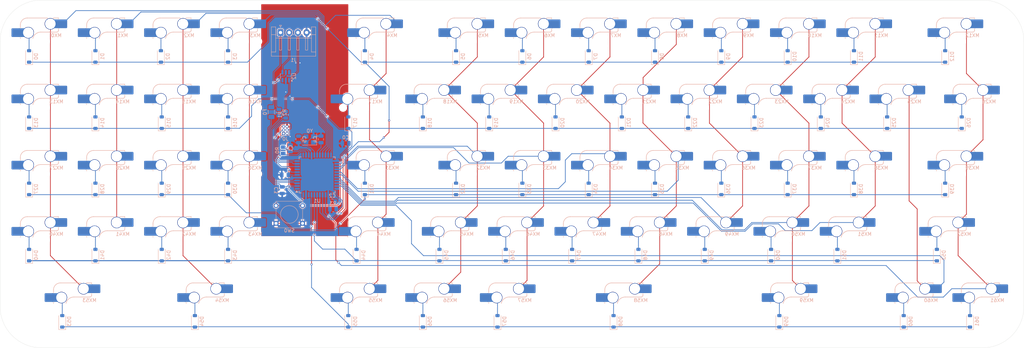
<source format=kicad_pcb>
(kicad_pcb (version 20240108) (generator "pcbnew") (generator_version "8.0")
  (layers (0 "F.Cu" signal) (31 "B.Cu" signal) (34 "B.Paste" user) (35 "F.Paste" user) (36 "B.SilkS" user "B.Silkscreen") (37 "F.SilkS" user "F.Silkscreen") (38 "B.Mask" user) (39 "F.Mask" user) (44 "Edge.Cuts" user))
  (net 0 "")
  (net 1 "/row0")
  (net 2 "Net-(D1-A)")
  (net 3 "Net-(D2-A)")
  (net 4 "Net-(D3-A)")
  (net 5 "Net-(D4-A)")
  (net 6 "Net-(D5-A)")
  (net 7 "Net-(D6-A)")
  (net 8 "Net-(D7-A)")
  (net 9 "Net-(D8-A)")
  (net 10 "Net-(D9-A)")
  (net 11 "Net-(D10-A)")
  (net 12 "Net-(D11-A)")
  (net 13 "/row1")
  (net 14 "Net-(D13-A)")
  (net 15 "Net-(D14-A)")
  (net 16 "Net-(D15-A)")
  (net 17 "Net-(D16-A)")
  (net 18 "Net-(D17-A)")
  (net 19 "Net-(D18-A)")
  (net 20 "Net-(D19-A)")
  (net 21 "Net-(D20-A)")
  (net 22 "Net-(D21-A)")
  (net 23 "/row2")
  (net 24 "Net-(D22-A)")
  (net 25 "Net-(D24-A)")
  (net 26 "Net-(D25-A)")
  (net 27 "Net-(D26-A)")
  (net 28 "Net-(D27-A)")
  (net 29 "Net-(D28-A)")
  (net 30 "Net-(D30-A)")
  (net 31 "/row3")
  (net 32 "Net-(D31-A)")
  (net 33 "/col0")
  (net 34 "/col1")
  (net 35 "/col2")
  (net 36 "/col3")
  (net 37 "/col4")
  (net 38 "/col5")
  (net 39 "/col6")
  (net 40 "/col7")
  (net 41 "/col8")
  (net 42 "/col9")
  (net 43 "GND")
  (net 44 "Net-(D32-A)")
  (net 45 "Net-(D34-A)")
  (net 46 "Net-(D33-A)")
  (net 47 "Net-(D0-A)")
  (net 48 "/row4")
  (net 49 "Net-(D35-A)")
  (net 50 "Net-(D36-A)")
  (net 51 "Net-(D37-A)")
  (net 52 "Net-(D38-A)")
  (net 53 "Net-(D39-A)")
  (net 54 "Net-(D40-A)")
  (net 55 "Net-(D41-A)")
  (net 56 "Net-(D42-A)")
  (net 57 "Net-(D43-A)")
  (net 58 "Net-(D44-A)")
  (net 59 "Net-(D46-A)")
  (net 60 "Net-(D47-A)")
  (net 61 "Net-(D48-A)")
  (net 62 "Net-(D49-A)")
  (net 63 "Net-(D50-A)")
  (net 64 "Net-(D51-A)")
  (net 65 "Net-(D52-A)")
  (net 66 "Net-(D54-A)")
  (net 67 "Net-(D55-A)")
  (net 68 "Net-(D56-A)")
  (net 69 "Net-(D57-A)")
  (net 70 "Net-(D58-A)")
  (net 71 "Net-(D59-A)")
  (net 72 "Net-(D60-A)")
  (net 73 "/col10")
  (net 74 "/col11")
  (net 75 "/col12")
  (net 76 "/col13")
  (net 77 "Net-(D12-A)")
  (net 78 "Net-(D23-A)")
  (net 79 "Net-(D29-A)")
  (net 80 "Net-(D45-A)")
  (net 81 "Net-(D53-A)")
  (net 82 "Net-(D61-A)")
  (net 83 "+5V")
  (net 84 "Net-(U1-D+)")
  (net 86 "Net-(U1-UCAP)")
  (net 87 "MOSI")
  (net 88 "Net-(U1-XTAL1)")
  (net 89 "MISO")
  (net 91 "Net-(U1-~{HWB}{slash}PE2)")
  (net 92 "Net-(U1-XTAL2)")
  (net 93 "SCK")
  (net 95 "Net-(U1-D-)")
  (net 97 "VBUS")
  (net 98 "D+")
  (net 99 "D-")
  (net 102 "RST")
  (footprint "Diode_SMD:D_SOD-123" (layer "B.Cu") (at 316.318998 133.297623 90)
    (property "Reference" "D23")
    (property "Value" "D_Small")
  )
  (footprint "marbastlib-mx:SW_MX_HS_CPG151101S11_1u" (layer "B.Cu") (at 224.640873 186.144498 180)
    (property "Reference" "MX56")
    (property "Value" "MX_SW_HS")
  )
  (footprint "marbastlib-mx:SW_MX_HS_CPG151101S11_1u" (layer "B.Cu") (at 130.581498 109.944498 180)
    (property "Reference" "MX1")
    (property "Value" "MX_SW_HS")
  )
  (footprint "Diode_SMD:D_SOD-123" (layer "B.Cu") (at 107.959623 114.247623 90)
    (property "Reference" "D0")
    (property "Value" "D_Small")
  )
  (footprint "marbastlib-mx:SW_MX_HS_CPG151101S11_1u" (layer "B.Cu") (at 327.034623 186.144498 180)
    (property "Reference" "MX59")
    (property "Value" "MX_SW_HS")
  )
  (footprint "Diode_SMD:D_SOD-123" (layer "B.Cu") (at 371.087748 152.347623 90)
    (property "Reference" "D39")
    (property "Value" "D_Small")
  )
  (footprint "Diode_SMD:D_SOD-123" (layer "B.Cu") (at 221.068998 190.447623 90)
    (property "Reference" "D56")
    (property "Value" "D_Small")
  )
  (footprint "Diode_SMD:D_SOD-123" (layer "B.Cu") (at 204.400248 114.247623 90)
    (property "Reference" "D4")
    (property "Value" "D_Small")
  )
  (footprint "Resistor_SMD:R_0805_2012Metric" (layer "B.Cu") (at 195.270248 158.170748 180)
    (property "Reference" "R3")
    (property "Value" "10k")
  )
  (footprint "marbastlib-mx:SW_MX_HS_CPG151101S11_1u" (layer "B.Cu") (at 248.453373 167.094498 180)
    (property "Reference" "MX46")
    (property "Value" "MX_SW_HS")
  )
  (footprint "Diode_SMD:D_SOD-123" (layer "B.Cu") (at 225.831498 171.397623 90)
    (property "Reference" "D45")
    (property "Value" "D_Small")
  )
  (footprint "Diode_SMD:D_SOD-123" (layer "B.Cu") (at 306.793998 152.347623 90)
    (property "Reference" "D36")
    (property "Value" "D_Small")
  )
  (footprint "marbastlib-mx:SW_MX_HS_CPG151101S11_1u" (layer "B.Cu") (at 149.631498 109.944498 180)
    (property "Reference" "MX2")
    (property "Value" "MX_SW_HS")
  )
  (footprint "Capacitor_SMD:C_0805_2012Metric" (layer "B.Cu") (at 181.480248 148.320748 180)
    (property "Reference" "C6" (hide yes))
    (property "Value" "1uF")
  )
  (footprint "marbastlib-mx:SW_MX_HS_CPG151101S11_1u" (layer "B.Cu") (at 279.409623 186.144498 180)
    (property "Reference" "MX58")
    (property "Value" "MX_SW_HS")
  )
  (footprint "Diode_SMD:D_SOD-123" (layer "B.Cu") (at 368.706498 171.397623 90)
    (property "Reference" "D52")
    (property "Value" "D_Small")
  )
  (footprint "Diode_SMD:D_SOD-123" (layer "B.Cu") (at 325.843998 114.247623 90)
    (property "Reference" "D10")
    (property "Value" "D_Small")
  )
  (footprint "marbastlib-mx:SW_MX_HS_CPG151101S11_1u" (layer "B.Cu") (at 291.315873 109.944498 180)
    (property "Reference" "MX8")
    (property "Value" "MX_SW_HS")
  )
  (footprint "marbastlib-mx:SW_MX_HS_CPG151101S11_1u" (layer "B.Cu") (at 324.653373 167.094498 180)
    (property "Reference" "MX50")
    (property "Value" "MX_SW_HS")
  )
  (footprint "Diode_SMD:D_SOD-123" (layer "B.Cu") (at 165.109623 152.347623 90)
    (property "Reference" "D30")
    (property "Value" "D_Small")
  )
  (footprint "Diode_SMD:D_SOD-123" (layer "B.Cu") (at 242.500248 190.447623 90)
    (property "Reference" "D57")
    (property "Value" "D_Small")
  )
  (footprint "Diode_SMD:D_SOD-123" (layer "B.Cu") (at 268.693998 152.347623 90)
    (property "Reference" "D34")
    (property "Value" "D_Small")
  )
  (footprint "Diode_SMD:D_SOD-123" (layer "B.Cu") (at 325.843998 152.347623 90)
    (property "Reference" "D37")
    (property "Value" "D_Small")
  )
  (footprint "marbastlib-mx:SW_MX_HS_CPG151101S11_1u" (layer "B.Cu") (at 149.631498 167.094498 180)
    (property "Reference" "MX42")
    (property "Value" "MX_SW_HS")
  )
  (footprint "marbastlib-mx:SW_MX_HS_CPG151101S11_1u" (layer "B.Cu") (at 130.581498 167.094498 180)
    (property "Reference" "MX41")
    (property "Value" "MX_SW_HS")
  )
  (footprint "marbastlib-mx:SW_MX_HS_CPG151101S11_1u" (layer "B.Cu") (at 374.659623 109.944498 180)
    (property "Reference" "MX12")
    (property "Value" "MX_SW_HS")
  )
  (footprint "marbastlib-mx:SW_MX_HS_CPG151101S11_1u" (layer "B.Cu") (at 372.278373 167.094498 180)
    (property "Reference" "MX52")
    (property "Value" "MX_SW_HS")
  )
  (footprint "Diode_SMD:D_SOD-123" (layer "B.Cu") (at 202.018998 171.397623 90)
    (property "Reference" "D44")
    (property "Value" "D_Small")
  )
  (footprint "Diode_SMD:D_SOD-123" (layer "B.Cu") (at 127.009623 171.397623 90)
    (property "Reference" "D41")
    (property "Value" "D_Small")
  )
  (footprint "Diode_SMD:D_SOD-123" (layer "B.Cu") (at 249.643998 152.347623 90)
    (property "Reference" "D33")
    (property "Value" "D_Small")
  )
  (footprint "Diode_SMD:D_SOD-123" (layer "B.Cu") (at 107.959623 171.397623 90)
    (property "Reference" "D40")
    (property "Value" "D_Small")
  )
  (footprint "Diode_SMD:D_SOD-123" (layer "B.Cu") (at 335.368998 133.297623 90)
    (property "Reference" "D24")
    (property "Value" "D_Small")
  )
  (footprint "marbastlib-mx:SW_MX_HS_CPG151101S11_1u" (layer "B.Cu") (at 111.531498 167.094498 180)
    (property "Reference" "MX40")
    (property "Value" "MX_SW_HS")
  )
  (footprint "Diode_SMD:D_SOD-123" (layer "B.Cu") (at 230.593998 114.247623 90)
    (property "Reference" "D5")
    (property "Value" "D_Small")
  )
  (footprint "Diode_SMD:D_SOD-123" (layer "B.Cu") (at 323.462748 190.447623 90)
    (property "Reference" "D59")
    (property "Value" "D_Small")
  )
  (footprint "Capacitor_SMD:C_0805_2012Metric" (layer "B.Cu") (at 185.345248 138.100748 90)
    (property "Reference" "C5")
    (property "Value" "22pF")
  )
  (footprint "marbastlib-mx:SW_MX_HS_CPG151101S11_1u" (layer "B.Cu") (at 159.156498 186.144498 180)
    (property "Reference" "MX54")
    (property "Value" "MX_SW_HS")
  )
  (footprint "marbastlib-mx:SW_MX_HS_CPG151101S11_1u" (layer "B.Cu") (at 291.315873 148.044498 180)
    (property "Reference" "MX35")
    (property "Value" "MX_SW_HS")
  )
  (footprint "marbastlib-mx:SW_MX_HS_CPG151101S11_1u" (layer "B.Cu") (at 130.581498 148.044498 180)
    (property "Reference" "MX28")
    (property "Value" "MX_SW_HS")
  )
  (footprint "Diode_SMD:D_SOD-123" (layer "B.Cu") (at 249.643998 114.247623 90)
    (property "Reference" "D6")
    (property "Value" "D_Small")
  )
  (footprint "Capacitor_SMD:C_0805_2012Metric" (layer "B.Cu") (at 198.880248 139.250748 180)
    (property "Reference" "C0")
    (property "Value" "0.1uF")
  )
  (footprint "Package_QFP:TQFP-44_10x10mm_P0.8mm" (layer "B.Cu") (at 190.690248 148.320748)
    (property "Reference" "U1")
    (property "Value" "ATmega32U4-A")
  )
  (footprint "Diode_SMD:D_SOD-123" (layer "B.Cu") (at 340.131498 171.397623 90)
    (property "Reference" "D51")
    (property "Value" "D_Small")
  )
  (footprint "Diode_SMD:D_SOD-123" (layer "B.Cu") (at 127.009623 114.247623 90)
    (property "Reference" "D1")
    (property "Value" "D_Small")
  )
  (footprint "Diode_SMD:D_SOD-123" (layer "B.Cu") (at 165.109623 114.247623 90)
    (property "Reference" "D3")
    (property "Value" "D_Small")
  )
  (footprint "Crystal:Crystal_SMD_3225-4Pin_3.2x2.5mm" (layer "B.Cu") (at 188.565248 138.100748 180)
    (property "Reference" "Y0")
    (property "Value" "16MHz")
  )
  (footprint "marbastlib-mx:SW_MX_HS_CPG151101S11_1u" (layer "B.Cu") (at 319.890873 128.994498 180)
    (property "Reference" "MX23")
    (property "Value" "MX_SW_HS")
  )
  (footprint "Diode_SMD:D_SOD-123" (layer "B.Cu") (at 165.109623 171.397623 90)
    (property "Reference" "D43")
    (property "Value" "D_Small")
  )
  (footprint "Diode_SMD:D_SOD-123" (layer "B.Cu") (at 344.893998 114.247623 90)
    (property "Reference" "D11")
    (property "Value" "D_Small")
  )
  (footprint "marbastlib-mx:SW_MX_HS_CPG151101S11_1u" (layer "B.Cu") (at 348.465873 109.944498 180)
    (property "Reference" "MX11")
    (property "Value" "MX_SW_HS")
  )
  (footprint "marbastlib-mx:SW_MX_HS_CPG151101S11_1u" (layer "B.Cu") (at 272.265873 109.944498 180)
    (property "Reference" "MX7")
    (property "Value" "MX_SW_HS")
  )
  (footprint "Diode_SMD:D_SOD-123" (layer "B.Cu") (at 199.637748 133.297623 90)
    (property "Reference" "D17")
    (property "Value" "D_Small")
  )
  (footprint "marbastlib-mx:SW_MX_HS_CPG151101S11_1u" (layer "B.Cu") (at 267.503373 167.094498 180)
    (property "Reference" "MX47")
    (property "Value" "MX_SW_HS")
  )
  (footprint "marbastlib-mx:SW_MX_HS_CPG151101S11_1u" (layer "B.Cu") (at 168.681498 128.994498 180)
    (property "Reference" "MX16")
    (property "Value" "MX_SW_HS")
  )
  (footprint "marbastlib-mx:SW_MX_HS_CPG151101S11_1u" (layer "B.Cu") (at 224.640873 128.994498 180)
    (property "Reference" "MX18")
    (property "Value" "MX_SW_HS")
  )
  (footprint "Diode_SMD:D_SOD-123" (layer "B.Cu") (at 244.881498 171.397623 90)
    (property "Reference" "D46")
    (property "Value" "D_Small")
  )
  (footprint "marbastlib-mx:SW_MX_HS_CPG151101S11_1u" (layer "B.Cu") (at 253.215873 148.044498 180)
    (property "Reference" "MX33")
    (property "Value" "MX_SW_HS")
  )
  (footprint "marbastlib-mx:SW_MX_HS_CPG151101S11_1u" (layer "B.Cu") (at 281.790873 128.994498 180)
    (property "Reference" "MX21")
    (property "Value" "MX_SW_HS")
  )
  (footprint "marbastlib-mx:SW_MX_HS_CPG151101S11_1u" (layer "B.Cu") (at 168.681498 167.094498 180)
    (property "Reference" "MX43")
    (property "Value" "MX_SW_HS")
  )
  (footprint "marbastlib-mx:SW_MX_HS_CPG151101S11_1u" (layer "B.Cu") (at 379.422123 128.994498 180)
    (property "Reference" "MX26")
    (property "Value" "MX_SW_HS")
  )
  (footprint "Capacitor_SMD:C_0805_2012Metric" (layer "B.Cu") (at 180.650248 152.720748 -90)
    (property "Reference" "C3")
    (property "Value" "10uF")
  )
  (footprint "Resistor_SMD:R_0805_2012Metric" (layer "B.Cu") (at 180.919258 141.254238 -90)
    (property "Reference" "R0")
    (property "Value" "10k")
  )
  (footprint "marbastlib-mx:SW_MX_HS_CPG151101S11_1u" (layer "B.Cu") (at 286.553373 167.094498 180)
    (property "Reference" "MX48")
    (property "Value" "MX_SW_HS")
  )
  (footprint "Diode_SMD:D_SOD-123" (layer "B.Cu") (at 221.068998 133.297623 90)
    (property "Reference" "D18")
    (property "Value" "D_Small")
  )
  (footprint "marbastlib-mx:SW_MX_HS_CPG151101S11_1u" (layer "B.Cu") (at 262.740873 128.994498 180)
    (property "Reference" "MX20")
    (property "Value" "MX_SW_HS")
  )
  (footprint "Diode_SMD:D_SOD-123" (layer "B.Cu") (at 117.484623 190.447623 90)
    (property "Reference" "D53")
    (property "Value" "D_Small")
  )
  (footprint "Diode_SMD:D_SOD-123" (layer "B.Cu") (at 371.087748 114.247623 90)
    (property "Reference" "D12")
    (property "Value" "D_Small")
  )
  (footprint "Capacitor_SMD:C_0805_2012Metric" (layer "B.Cu") (at 195.040248 156.030748 180)
    (property "Reference" "C2")
    (property "Value" "0.1uF")
  )
  (footprint "Diode_SMD:D_SOD-123" (layer "B.Cu") (at 127.009623 133.297623 90)
    (property "Reference" "D14")
    (property "Value" "D_Small")
  )
  (footprint "marbastlib-mx:SW_MX_HS_CPG151101S11_1u" (layer "B.Cu") (at 343.703373 167.094498 180)
    (property "Reference" "MX51")
    (property "Value" "MX_SW_HS")
  )
  (footprint "marbastlib-mx:SW_MX_HS_CPG151101S11_1u" (layer "B.Cu") (at 121.056498 186.144498 180)
    (property "Reference" "MX53")
    (property "Value" "MX_SW_HS")
  )
  (footprint "marbastlib-mx:SW_MX_HS_CPG151101S11_1u" (layer "B.Cu") (at 111.531498 109.944498 180)
    (property "Reference" "MX0")
    (property "Value" "MX_SW_HS")
  )
  (footprint "marbastlib-mx:SW_MX_HS_CPG151101S11_1u" (layer "B.Cu") (at 348.465873 148.044498 180)
    (property "Reference" "MX38")
    (property "Value" "MX_SW_HS")
  )
  (footprint "Capacitor_SMD:C_0805_2012Metric" (layer "B.Cu") (at 182.979258 140.684238 90)
    (property "Reference" "C1")
    (property "Value" "0.1uF")
  )
  (footprint "marbastlib-mx:SW_MX_HS_CPG151101S11_1u" (layer "B.Cu") (at 310.365873 148.044498 180)
    (property "Reference" "MX36")
    (property "Value" "MX_SW_HS")
  )
  (footprint "marbastlib-mx:SW_MX_HS_CPG151101S11_1u" (layer "B.Cu") (at 111.531498 128.994498 180)
    (property "Reference" "MX13")
    (property "Value" "MX_SW_HS")
  )
  (footprint "marbastlib-mx:SW_MX_HS_CPG151101S11_1u" (layer "B.Cu") (at 246.072123 186.144498 180)
    (property "Reference" "MX57")
    (property "Value" "MX_SW_HS")
  )
  (footprint "marbastlib-mx:SW_MX_HS_CPG151101S11_1u" (layer "B.Cu") (at 149.631498 128.994498 180)
    (property "Reference" "MX15")
    (property "Value" "MX_SW_HS")
  )
  (footprint "Diode_SMD:D_SOD-123" (layer "B.Cu") (at 107.959623 152.347623 90)
    (property "Reference" "D27")
    (property "Value" "D_Small")
  )
  (footprint "Button_Switch_THT:SW_Tactile_Straight_KSA0Axx1LFTR" (layer "B.Cu") (at 178.890248 162.250748)
    (property "Reference" "SW0")
    (property "Value" "SW_Push")
  )
  (footprint "marbastlib-mx:SW_MX_HS_CPG151101S11_1u" (layer "B.Cu") (at 338.940873 128.994498 180)
    (property "Reference" "MX24")
    (property "Value" "MX_SW_HS")
  )
  (footprint "Diode_SMD:D_SOD-123" (layer "B.Cu") (at 204.400248 152.347623 90)
    (property "Reference" "D31")
    (property "Value" "D_Small")
  )
  (footprint "marbastlib-mx:SW_MX_HS_CPG151101S11_1u" (layer "B.Cu") (at 203.209623 128.994498 180)
    (property "Reference" "MX17")
    (property "Value" "MX_SW_HS")
  )
  (footprint "Capacitor_SMD:C_0805_2012Metric" (layer "B.Cu") (at 191.795248 138.100748 -90)
    (property "Reference" "C4")
    (property "Value" "22pF")
  )
  (footprint "marbastlib-mx:SW_MX_HS_CPG151101S11_1u" (layer "B.Cu") (at 243.690873 128.994498 180)
    (property "Reference" "MX19")
    (property "Value" "MX_SW_HS")
  )
  (footprint "Diode_SMD:D_SOD-123" (layer "B.Cu") (at 354.418998 133.297623 90)
    (property "Reference" "D25")
    (property "Value" "D_Small")
  )
  (footprint "marbastlib-mx:SW_MX_HS_CPG151101S11_1u" (layer "B.Cu") (at 130.581498 128.994498 180)
    (property "Reference" "MX14")
    (property "Value" "MX_SW_HS")
  )
  (footprint "Diode_SMD:D_SOD-123" (layer "B.Cu") (at 165.109623 133.297623 90)
    (property "Reference" "D16")
    (property "Value" "D_Small")
  )
  (footprint "marbastlib-mx:SW_MX_HS_CPG151101S11_1u" (layer "B.Cu") (at 374.659623 148.044498 180)
    (property "Reference" "MX39")
    (property "Value" "MX_SW_HS")
  )
  (footprint "Diode_SMD:D_SOD-123" (layer "B.Cu") (at 127.009623 152.347623 90)
    (property "Reference" "D28")
    (property "Value" "D_Small")
  )
  (footprint "Diode_SMD:D_SOD-123" (layer "B.Cu") (at 306.793998 114.247623 90)
    (property "Reference" "D9")
    (property "Value" "D_Small")
  )
  (footprint "Connector_PinHeader_1.00mm:PinHeader_2x03_P1.00mm_Vertical" (layer "B.Cu") (at 181.049258 136.404238)
    (property "Reference" "J0")
    (property "Value" "AVR-ISP-6" (hide yes))
  )
  (footprint "Diode_SMD:D_SOD-123" (layer "B.Cu") (at 146.059623 133.297623 90)
    (property "Reference" "D15")
    (property "Value" "D_Small")
  )
  (footprint "Diode_SMD:D_SOD-123" (layer "B.Cu") (at 378.231498 190.447623 90)
    (property "Reference" "D61")
    (property "Value" "D_Small")
  )
  (footprint "marbastlib-mx:SW_MX_HS_CPG151101S11_1u" (layer "B.Cu") (at 310.365873 109.944498 180)
    (property "Reference" "MX9")
    (property "Value" "MX_SW_HS")
  )
  (footprint "marbastlib-mx:SW_MX_HS_CPG151101S11_1u" (layer "B.Cu") (at 111.531498 148.044498 180)
    (property "Reference" "MX27")
    (property "Value" "MX_SW_HS")
  )
  (footprint "Diode_SMD:D_SOD-123" (layer "B.Cu") (at 287.743998 114.247623 90)
    (property "Reference" "D8")
    (property "Value" "D_Small")
  )
  (footprint "marbastlib-mx:SW_MX_HS_CPG151101S11_1u" (layer "B.Cu") (at 357.990873 128.994498 180)
    (property "Reference" "MX25")
    (property "Value" "MX_SW_HS")
  )
  (footprint "Diode_SMD:D_SOD-123" (layer "B.Cu") (at 321.081498 171.397623 90)
    (property "Reference" "D50")
    (property "Value" "D_Small")
  )
  (footprint "marbastlib-mx:SW_MX_HS_CPG151101S11_1u" (layer "B.Cu") (at 234.165873 148.044498 180)
    (property "Reference" "MX32")
    (property "Value" "MX_SW_HS")
  )
  (footprint "marbastlib-mx:SW_MX_HS_CPG151101S11_1u" (layer "B.Cu") (at 149.631498 148.044498 180)
    (property "Reference" "MX29")
    (property "Value" "MX_SW_HS")
  )
  (footprint "Diode_SMD:D_SOD-123" (layer "B.Cu") (at 199.637748 190.447623 90)
    (property "Reference" "D55")
    (property "Value" "D_Small")
  )
  (footprint "marbastlib-mx:SW_MX_HS_CPG151101S11_1u" (layer "B.Cu") (at 203.209623 186.144498 180)
    (property "Reference" "MX55")
    (property "Value" "MX_SW_HS")
  )
  (footprint "marbastlib-mx:SW_MX_HS_CPG151101S11_1u" (layer "B.Cu") (at 207.972123 109.944498 180)
    (property "Reference" "MX4")
    (property "Value" "MX_SW_HS")
  )
  (footprint "Diode_SMD:D_SOD-123" (layer "B.Cu") (at 263.931498 171.397623 90)
    (property "Reference" "D47")
    (property "Value" "D_Small")
  )
  (footprint "marbastlib-mx:SW_MX_HS_CPG151101S11_1u" (layer "B.Cu") (at 207.972123 148.044498 180)
    (property "Reference" "MX31")
    (property "Value" "MX_SW_HS")
  )
  (footprint "marbastlib-mx:SW_MX_HS_CPG151101S11_1u" (layer "B.Cu") (at 362.753373 186.144498 180)
    (property "Reference" "MX60")
    (property "Value" "MX_SW_HS")
  )
  (footprint "Diode_SMD:D_SOD-123" (layer "B.Cu") (at 145.821498 114.247623 90)
    (property "Reference" "D2")
    (property "Value" "D_Small")
  )
  (footprint "Diode_SMD:D_SOD-123" (layer "B.Cu") (at 297.268998 133.297623 90)
    (property "Reference" "D22")
    (property "Value" "D_Small")
  )
  (footprint "marbastlib-mx:SW_MX_HS_CPG151101S11_1u" (layer "B.Cu") (at 272.265873 148.044498 180)
    (property "Reference" "MX34")
    (property "Value" "MX_SW_HS")
  )
  (footprint "Diode_SMD:D_SOD-123" (layer "B.Cu") (at 375.850248 133.297623 90)
    (property "Reference" "D26")
    (property "Value" "D_Small")
  )
  (footprint "marbastlib-mx:SW_MX_HS_CPG151101S11_1u" (layer "B.Cu") (at 168.681498 109.944498 180)
    (property "Reference" "MX3")
    (property "Value" "MX_SW_HS")
  )
  (footprint "Diode_SMD:D_SOD-123" (layer "B.Cu") (at 287.743998 152.347623 90)
    (property "Reference" "D35")
    (property "Value" "D_Small")
  )
  (footprint "Diode_SMD:D_SOD-123" (layer "B.Cu") (at 146.059623 171.397623 90)
    (property "Reference" "D42")
    (property "Value" "D_Small")
  )
  (footprint "marbastlib-mx:SW_MX_HS_CPG151101S11_1u" (layer "B.Cu") (at 234.165873 109.944498 180)
    (property "Reference" "MX5")
    (property "Value" "MX_SW_HS")
  )
  (footprint "marbastlib-mx:SW_MX_HS_CPG151101S11_1u" (layer "B.Cu") (at 229.403373 167.094498 180)
    (property "Reference" "MX45")
    (property "Value" "MX_SW_HS")
  )
  (footprint "marbastlib-mx:SW_MX_HS_CPG151101S11_1u" (layer "B.Cu") (at 205.590873 167.094498 180)
    (property "Reference" "MX44")
    (property "Value" "MX_SW_HS")
  )
  (footprint "Diode_SMD:D_SOD-123" (layer "B.Cu") (at 259.168998 133.297623 90)
    (property "Reference" "D20")
    (property "Value" "D_Small")
  )
  (footprint "marbastlib-mx:SW_MX_HS_CPG151101S11_1u" (layer "B.Cu") (at 329.415873 148.044498 180)
    (property "Reference" "MX37")
    (property "Value" "MX_SW_HS")
  )
  (footprint "marbastlib-mx:SW_MX_HS_CPG151101S11_1u" (layer "B.Cu") (at 381.803373 186.144498 180)
    (property "Reference" "MX61")
    (property "Value" "MX_SW_HS")
  )
  (footprint "Fuse:Fuse_1206_3216Metric" (layer "B.Cu") (at 177.529258 130.244238 -90)
    (property "Reference" "F0")
    (property "Value" "500mA")
  )
  (footprint "Diode_SMD:D_SOD-123" (layer "B.Cu") (at 278.218998 133.297623 90)
    (property "Reference" "D21")
    (property "Value" "D_Small")
  )
  (footprint "marbastlib-mx:SW_MX_HS_CPG151101S11_1u" (layer "B.Cu") (at 253.215873 109.944498 180)
    (property "Reference" "MX6")
    (property "Value" "MX_SW_HS")
  )
  (footprint "marbastlib-mx:SW_MX_HS_CPG151101S11_1u" (layer "B.Cu") (at 329.415873 109.944498 180)
    (property "Reference" "MX10")
    (property "Value" "MX_SW_HS")
  )
  (footprint "Diode_SMD:D_SOD-123" (layer "B.Cu") (at 282.981498 171.397623 90)
    (property "Reference" "D48")
    (property "Value" "D_Small")
  )
  (footprint "Diode_SMD:D_SOD-123" (layer "B.Cu") (at 275.837748 190.447623 90)
    (property "Reference" "D58")
    (property "Value" "D_Small")
  )
  (footprint "Diode_SMD:D_SOD-123" (layer "B.Cu") (at 240.118998 133.297623 90)
    (property "Reference" "D19")
    (property "Value" "D_Small")
  )
  (footprint "Diode_SMD:D_SOD-123" (layer "B.Cu") (at 268.693998 114.247623 90)
    (property "Reference" "D7")
    (property "Value" "D_Small")
  )
  (footprint "Resistor_SMD:R_0805_2012Metric" (layer "B.Cu") (at 181.679258 131.034238 -90)
    (property "Reference" "R1")
    (property "Value" "22")
  )
  (footprint "Diode_SMD:D_SOD-123" (layer "B.Cu") (at 155.584623 190.447623 90)
    (property "Reference" "D54")
    (property "Value" "D_Small")
  )
  (footprint "marbastlib-mx:SW_MX_HS_CPG151101S11_1u" (layer "B.Cu") (at 305.603373 167.094498 180)
    (property "Reference" "MX49")
    (property "Value" "MX_SW_HS")
  )
  (footprint "Diode_SMD:D_SOD-123" (layer "B.Cu") (at 344.893998 152.347623 90)
    (property "Reference" "D38")
    (property "Value" "D_Small")
  )
  (footprint "marbastlib-mx:SW_MX_HS_CPG151101S11_1u" (layer "B.Cu") (at 168.681498 148.044498 180)
    (property "Reference" "MX30")
    (property "Value" "MX_SW_HS")
  )
  (footprint "Connector_JST:JST_EH_S4B-EH_1x04_P2.50mm_Horizontal" (layer "B.Cu") (at 180.169258 107.374238)
    (property "Reference" "J1")
    (property "Value" "Conn_01x04")
  )
  (footprint "Package_TO_SOT_SMD:SOT-23-6" (layer "B.Cu") (at 181.690248 119.943248 90)
    (property "Reference" "U2")
    (property "Value" "SRV05-4")
  )
  (footprint "Diode_SMD:D_SOD-123" (layer "B.Cu") (at 230.593998 152.347623 90)
    (property "Reference" "D32")
    (property "Value" "D_Small")
  )
  (footprint "marbastlib-mx:SW_MX_HS_CPG151101S11_1u" (layer "B.Cu") (at 300.840873 128.994498 180)
    (property "Reference" "MX22")
    (property "Value" "MX_SW_HS")
  )
  (footprint "Diode_SMD:D_SOD-123" (layer "B.Cu") (at 107.959623 133.297623 90)
    (property "Reference" "D13")
    (property "Value" "D_Small")
  )
  (footprint "Diode_SMD:D_SOD-123" (layer "B.Cu") (at 146.059623 152.347623 90)
    (property "Reference" "D29")
    (property "Value" "D_Small")
  )
  (footprint "Diode_SMD:D_SOD-123" (layer "B.Cu") (at 302.031498 171.397623 90)
    (property "Reference" "D49")
    (property "Value" "D_Small")
  )
  (footprint "Diode_SMD:D_SOD-123" (layer "B.Cu") (at 359.181498 190.447623 90)
    (property "Reference" "D60")
    (property "Value" "D_Small")
  )
  (footprint "Resistor_SMD:R_0805_2012Metric" (layer "B.Cu") (at 179.709258 130.374238 90)
    (property "Reference" "R2")
    (property "Value" "22")
  )
  (gr_line (start 393.709623 109.944498) (end 393.709623 186.144498) (stroke (width 0.05)) (layer "Edge.Cuts"))
  (gr_arc (start 381.803373 98.038248) (mid 390.222388 101.525498) (end 393.709623 109.944498) (stroke (width 0.05)) (layer "Edge.Cuts"))
  (gr_arc (start 111.531498 198.050748) (mid 103.112508 194.563488) (end 99.625248 186.144498) (stroke (width 0.05)) (layer "Edge.Cuts"))
  (gr_line (start 99.625248 109.944498) (end 99.625248 186.144498) (stroke (width 0.05)) (layer "Edge.Cuts"))
  (gr_line (start 111.531498 198.050748) (end 381.803373 198.050748) (stroke (width 0.05)) (layer "Edge.Cuts"))
  (gr_arc (start 393.709623 186.144498) (mid 390.22237 194.563495) (end 381.803373 198.050748) (stroke (width 0.05)) (layer "Edge.Cuts"))
  (gr_arc (start 99.625248 109.944498) (mid 103.112508 101.525508) (end 111.531498 98.038248) (stroke (width 0.05)) (layer "Edge.Cuts"))
  (gr_line (start 111.531498 98.038248) (end 381.803373 98.038248) (stroke (width 0.05)) (layer "Edge.Cuts"))
  (segment (start 211.370248 136.060748) (end 209.880248 137.550748) (width 0.2) (layer "F.Cu") (net 1))
  (segment (start 198.774511 158.123545) (end 197.538363 159.359693) (width 0.2) (layer "F.Cu") (net 1))
  (segment (start 193.630248 106.254928) (end 191.013996 103.638676) (width 0.2) (layer "F.Cu") (net 1))
  (segment (start 191.013996 103.634498) (end 190.817122 103.437624) (width 0.2) (layer "F.Cu") (net 1))
  (segment (start 198.774511 142.789328) (end 198.774511 158.123545) (width 0.2) (layer "F.Cu") (net 1))
  (segment (start 191.013996 103.638676) (end 191.013996 103.634498) (width 0.2) (layer "F.Cu") (net 1))
  (segment (start 211.370248 132.655123) (end 211.370248 136.060748) (width 0.2) (layer "F.Cu") (net 1))
  (segment (start 193.630248 106.264498) (end 193.630248 106.254928) (width 0.2) (layer "F.Cu") (net 1))
  (via (at 211.370248 132.655123) (size 0.6) (drill 0.3) (layers "F.Cu" "B.Cu") (net 1))
  (via (at 197.538363 159.359693) (size 0.6) (drill 0.3) (layers "F.Cu" "B.Cu") (net 1))
  (via (at 209.880248 137.550748) (size 0.6) (drill 0.3) (layers "F.Cu" "B.Cu") (net 1))
  (via (at 190.817122 103.437624) (size 0.6) (drill 0.3) (layers "F.Cu" "B.Cu") (net 1))
  (via (at 198.774511 142.789328) (size 0.6) (drill 0.3) (layers "F.Cu" "B.Cu") (net 1))
  (via (at 193.630248 106.264498) (size 0.6) (drill 0.3) (layers "F.Cu" "B.Cu") (net 1))
  (segment (start 190.050248 102.67075) (end 190.817122 103.437624) (width 0.2) (layer "B.Cu") (net 1))
  (segment (start 193.550248 161.180748) (end 195.717308 161.180748) (width 0.2) (layer "B.Cu") (net 1))
  (segment (start 204.400248 115.897623) (end 371.087748 115.897623) (width 0.2) (layer "B.Cu") (net 1))
  (segment (start 198.774511 142.789328) (end 198.774511 142.506485) (width 0.2) (layer "B.Cu") (net 1))
  (segment (start 176.580248 110.000748) (end 176.580248 104.580748) (width 0.2) (layer "B.Cu") (net 1))
  (segment (start 202.530248 138.750748) (end 208.680248 138.750748) (width 0.2) (layer "B.Cu") (net 1))
  (segment (start 107.959623 115.897623) (end 165.109623 115.897623) (width 0.2) (layer "B.Cu") (net 1))
  (segment (start 198.774511 142.506485) (end 202.530248 138.750748) (width 0.2) (layer "B.Cu") (net 1))
  (segment (start 176.580248 104.580748) (end 178.490248 102.670748) (width 0.2) (layer "B.Cu") (net 1))
  (segment (start 195.717308 161.180748) (end 197.538363 159.359693) (width 0.2) (layer "B.Cu") (net 1))
  (segment (start 203.277123 115.897623) (end 204.400248 115.897623) (width 0.2) (layer "B.Cu") (net 1))
  (segment (start 165.109623 115.897623) (end 170.683373 115.897623) (width 0.2) (layer "B.Cu") (net 1))
  (segment (start 178.490248 102.670748) (end 190.050248 102.670748) (width 0.2) (layer "B.Cu") (net 1))
  (segment (start 190.050248 102.670748) (end 190.050248 102.67075) (width 0.2) (layer "B.Cu") (net 1))
  (segment (start 193.630248 106.264498) (end 193.643998 106.264498) (width 0.2) (layer "B.Cu") (net 1))
  (segment (start 170.683373 115.897623) (end 176.580248 110.000748) (width 0.2) (layer "B.Cu") (net 1))
  (segment (start 191.490248 159.120748) (end 193.550248 161.180748) (width 0.2) (layer "B.Cu") (net 1))
  (segment (start 193.643998 106.264498) (end 203.277123 115.897623) (width 0.2) (layer "B.Cu") (net 1))
  (segment (start 208.680248 138.750748) (end 209.880248 137.550748) (width 0.2) (layer "B.Cu") (net 1))
  (segment (start 211.370248 132.655123) (end 211.370248 122.867623) (width 0.2) (layer "B.Cu") (net 1))
  (segment (start 191.490248 154.020748) (end 191.490248 159.120748) (width 0.2) (layer "B.Cu") (net 1))
  (segment (start 211.370248 122.867623) (end 204.400248 115.897623) (width 0.2) (layer "B.Cu") (net 1))
  (segment (start 127.009623 107.642623) (end 127.009623 112.597623) (width 0.2) (layer "B.Cu") (net 2))
  (segment (start 126.771498 107.404498) (end 127.009623 107.642623) (width 0.2) (layer "B.Cu") (net 2))
  (segment (start 145.826498 107.409498) (end 145.826498 112.592623) (width 0.2) (layer "B.Cu") (net 3))
  (segment (start 145.826498 112.592623) (end 145.821498 112.597623) (width 0.2) (layer "B.Cu") (net 3))
  (segment (start 145.821498 107.404498) (end 145.826498 107.409498) (width 0.2) (layer "B.Cu") (net 3))
  (segment (start 165.109623 107.642623) (end 165.109623 112.597623) (width 0.2) (layer "B.Cu") (net 4))
  (segment (start 164.871498 107.404498) (end 165.109623 107.642623) (width 0.2) (layer "B.Cu") (net 4))
  (segment (start 204.162123 107.404498) (end 204.400248 107.642623) (width 0.2) (layer "B.Cu") (net 5))
  (segment (start 204.400248 107.642623) (end 204.400248 112.597623) (width 0.2) (layer "B.Cu") (net 5))
  (segment (start 230.593998 107.642623) (end 230.593998 112.597623) (width 0.2) (layer "B.Cu") (net 6))
  (segment (start 230.355873 107.404498) (end 230.593998 107.642623) (width 0.2) (layer "B.Cu") (net 6))
  (segment (start 249.643998 107.642623) (end 249.643998 112.597623) (width 0.2) (layer "B.Cu") (net 7))
  (segment (start 249.405873 107.404498) (end 249.643998 107.642623) (width 0.2) (layer "B.Cu") (net 7))
  (segment (start 268.693998 107.642623) (end 268.693998 112.597623) (width 0.2) (layer "B.Cu") (net 8))
  (segment (start 268.455873 107.404498) (end 268.693998 107.642623) (width 0.2) (layer "B.Cu") (net 8))
  (segment (start 287.743998 107.642623) (end 287.743998 112.597623) (width 0.2) (layer "B.Cu") (net 9))
  (segment (start 287.505873 107.404498) (end 287.743998 107.642623) (width 0.2) (layer "B.Cu") (net 9))
  (segment (start 306.555873 107.404498) (end 306.793998 107.642623) (width 0.2) (layer "B.Cu") (net 10))
  (segment (start 306.793998 107.642623) (end 306.793998 112.597623) (width 0.2) (layer "B.Cu") (net 10))
  (segment (start 325.843998 107.642623) (end 325.843998 112.597623) (width 0.2) (layer "B.Cu") (net 11))
  (segment (start 325.605873 107.404498) (end 325.843998 107.642623) (width 0.2) (layer "B.Cu") (net 11))
  (segment (start 344.893998 107.642623) (end 344.893998 112.597623) (width 0.2) (layer "B.Cu") (net 12))
  (segment (start 344.655873 107.404498) (end 344.893998 107.642623) (width 0.2) (layer "B.Cu") (net 12))
  (segment (start 190.880248 128.784498) (end 193.630248 131.534498) (width 0.2) (layer "F.Cu") (net 13))
  (segment (start 198.151962 157.897564) (end 196.663263 159.386263) (width 0.2) (layer "F.Cu") (net 13))
  (segment (start 177.669258 126.440748) (end 183.561498 126.440748) (width 0.2) (layer "F.Cu") (net 13))
  (segment (start 198.151962 143.296212) (end 198.151962 157.897564) (width 0.2) (layer "F.Cu") (net 13))
  (segment (start 190.830248 128.784498) (end 190.880248 128.784498) (width 0.2) (layer "F.Cu") (net 13))
  (segment (start 198.130248 143.274498) (end 198.151962 143.296212) (width 0.2) (layer "F.Cu") (net 13))
  (via (at 198.130248 143.274498) (size 0.6) (drill 0.3) (layers "F.Cu" "B.Cu") (net 13))
  (via (at 193.630248 131.534498) (size 0.6) (drill 0.3) (layers "F.Cu" "B.Cu") (net 13))
  (via (at 196.663263 159.386263) (size 0.6) (drill 0.3) (layers "F.Cu" "B.Cu") (net 13))
  (via (at 190.830248 128.784498) (size 0.6) (drill 0.3) (layers "F.Cu" "B.Cu") (net 13))
  (via (at 183.561498 126.440748) (size 0.6) (drill 0.3) (layers "F.Cu" "B.Cu") (net 13))
  (via (at 177.669258 126.440748) (size 0.6) (drill 0.3) (layers "F.Cu" "B.Cu") (net 13))
  (segment (start 193.715934 160.780748) (end 192.290248 159.355062) (width 0.2) (layer "B.Cu") (net 13))
  (segment (start 107.959623 134.947623) (end 165.109623 134.947623) (width 0.2) (layer "B.Cu") (net 13))
  (segment (start 188.486498 126.440748) (end 190.830248 128.784498) (width 0.2) (layer "B.Cu") (net 13))
  (segment (start 200.670248 140.045062) (end 200.670248 135.980123) (width 0.2) (layer "B.Cu") (net 13))
  (segment (start 171.880248 131.440748) (end 168.390248 134.930748) (width 0.2) (layer "B.Cu") (net 13))
  (segment (start 200.670248 135.980123) (end 199.637748 134.947623) (width 0.2) (layer "B.Cu") (net 13))
  (segment (start 168.390248 134.930748) (end 166.130734 134.930748) (width 0.2) (layer "B.Cu") (net 13))
  (segment (start 183.561498 126.440748) (end 188.486498 126.440748) (width 0.2) (layer "B.Cu") (net 13))
  (segment (start 375.850248 134.947623) (end 199.637748 134.947623) (width 0.2) (layer "B.Cu") (net 13))
  (segment (start 198.130248 143.274498) (end 198.130248 142.585062) (width 0.2) (layer "B.Cu") (net 13))
  (segment (start 196.663263 159.386263) (end 195.268778 160.780748) (width 0.2) (layer "B.Cu") (net 13))
  (segment (start 197.027123 134.947623) (end 199.637748 134.947623) (width 0.2) (layer "B.Cu") (net 13))
  (segment (start 171.880248 128.450748) (end 171.880248 131.440748) (width 0.2) (layer "B.Cu") (net 13))
  (segment (start 173.890248 126.440748) (end 171.880248 128.450748) (width 0.2) (layer "B.Cu") (net 13))
  (segment (start 192.290248 159.355062) (end 192.290248 154.020748) (width 0.2) (layer "B.Cu") (net 13))
  (segment (start 166.113859 134.947623) (end 165.109623 134.947623) (width 0.2) (layer "B.Cu") (net 13))
  (segment (start 198.130248 142.585062) (end 200.670248 140.045062) (width 0.2) (layer "B.Cu") (net 13))
  (segment (start 166.130734 134.930748) (end 166.113859 134.947623) (width 0.2) (layer "B.Cu") (net 13))
  (segment (start 193.630248 131.534498) (end 197.027123 134.931373) (width 0.2) (layer "B.Cu") (net 13))
  (segment (start 195.268778 160.780748) (end 193.715934 160.780748) (width 0.2) (layer "B.Cu") (net 13))
  (segment (start 177.669258 126.440748) (end 173.890248 126.440748) (width 0.2) (layer "B.Cu") (net 13))
  (segment (start 197.027123 134.931373) (end 197.027123 134.947623) (width 0.2) (layer "B.Cu") (net 13))
  (segment (start 107.721498 126.454498) (end 107.959623 126.692623) (width 0.2) (layer "B.Cu") (net 14))
  (segment (start 107.959623 126.692623) (end 107.959623 131.647623) (width 0.2) (layer "B.Cu") (net 14))
  (segment (start 127.009623 126.692623) (end 127.009623 131.647623) (width 0.2) (layer "B.Cu") (net 15))
  (segment (start 126.771498 126.454498) (end 127.009623 126.692623) (width 0.2) (layer "B.Cu") (net 15))
  (segment (start 146.059623 126.692623) (end 146.059623 131.647623) (width 0.2) (layer "B.Cu") (net 16))
  (segment (start 145.821498 126.454498) (end 146.059623 126.692623) (width 0.2) (layer "B.Cu") (net 16))
  (segment (start 165.109623 126.692623) (end 165.109623 131.647623) (width 0.2) (layer "B.Cu") (net 17))
  (segment (start 164.871498 126.454498) (end 165.109623 126.692623) (width 0.2) (layer "B.Cu") (net 17))
  (segment (start 199.399623 126.454498) (end 199.637748 126.692623) (width 0.2) (layer "B.Cu") (net 18))
  (segment (start 199.637748 126.692623) (end 199.637748 131.647623) (width 0.2) (layer "B.Cu") (net 18))
  (segment (start 220.830873 126.454498) (end 221.068998 126.692623) (width 0.2) (layer "B.Cu") (net 19))
  (segment (start 221.068998 126.692623) (end 221.068998 131.647623) (width 0.2) (layer "B.Cu") (net 19))
  (segment (start 239.880873 126.454498) (end 240.118998 126.692623) (width 0.2) (layer "B.Cu") (net 20))
  (segment (start 240.118998 126.692623) (end 240.118998 131.647623) (width 0.2) (layer "B.Cu") (net 20))
  (segment (start 259.168998 126.692623) (end 259.168998 131.647623) (width 0.2) (layer "B.Cu") (net 21))
  (segment (start 258.930873 126.454498) (end 259.168998 126.692623) (width 0.2) (layer "B.Cu") (net 21))
  (segment (start 278.218998 126.692623) (end 278.218998 131.647623) (width 0.2) (layer "B.Cu") (net 22))
  (segment (start 277.980873 126.454498) (end 278.218998 126.692623) (width 0.2) (layer "B.Cu") (net 22))
  (segment (start 204.411498 155.244498) (end 197.401498 162.254498) (width 0.2) (layer "F.Cu") (net 23))
  (segment (start 197.401498 162.254498) (end 197.391498 162.254498) (width 0.2) (layer "F.Cu") (net 23))
  (via (at 204.411498 155.244498) (size 0.6) (drill 0.3) (layers "F.Cu" "B.Cu") (net 23))
  (via (at 197.391498 162.254498) (size 0.6) (drill 0.3) (layers "F.Cu" "B.Cu") (net 23))
  (segment (start 204.400248 155.233248) (end 204.411498 155.244498) (width 0.2) (layer "B.Cu") (net 23))
  (segment (start 204.400248 153.997623) (end 204.400248 155.233248) (width 0.2) (layer "B.Cu") (net 23))
  (segment (start 165.109623 153.997623) (end 170.352748 159.240748) (width 0.2) (layer "B.Cu") (net 23))
  (segment (start 170.352748 159.240748) (end 178.900248 159.240748) (width 0.2) (layer "B.Cu") (net 23))
  (segment (start 195.495248 164.150748) (end 190.720248 164.150748) (width 0.2) (layer "B.Cu") (net 23))
  (segment (start 178.900248 159.240748) (end 183.810248 164.150748) (width 0.2) (layer "B.Cu") (net 23))
  (segment (start 204.400248 153.997623) (end 371.087748 153.997623) (width 0.2) (layer "B.Cu") (net 23))
  (segment (start 107.959623 153.997623) (end 165.109623 153.997623) (width 0.2) (layer "B.Cu") (net 23))
  (segment (start 197.391498 162.254498) (end 195.495248 164.150748) (width 0.2) (layer "B.Cu") (net 23))
  (segment (start 183.810248 164.150748) (end 190.720248 164.150748) (width 0.2) (layer "B.Cu") (net 23))
  (segment (start 190.690248 164.120748) (end 190.690248 154.020748) (width 0.2) (layer "B.Cu") (net 23))
  (segment (start 190.720248 164.150748) (end 190.690248 164.120748) (width 0.2) (layer "B.Cu") (net 23))
  (segment (start 297.268998 126.692623) (end 297.268998 131.647623) (width 0.2) (layer "B.Cu") (net 24))
  (segment (start 297.030873 126.454498) (end 297.268998 126.692623) (width 0.2) (layer "B.Cu") (net 24))
  (segment (start 335.368998 126.692623) (end 335.368998 131.647623) (width 0.2) (layer "B.Cu") (net 25))
  (segment (start 335.130873 126.454498) (end 335.368998 126.692623) (width 0.2) (layer "B.Cu") (net 25))
  (segment (start 354.180873 126.454498) (end 354.418998 126.692623) (width 0.2) (layer "B.Cu") (net 26))
  (segment (start 354.418998 126.692623) (end 354.418998 131.647623) (width 0.2) (layer "B.Cu") (net 26))
  (segment (start 375.612123 126.454498) (end 375.850248 126.692623) (width 0.2) (layer "B.Cu") (net 27))
  (segment (start 375.850248 126.692623) (end 375.850248 131.647623) (width 0.2) (layer "B.Cu") (net 27))
  (segment (start 107.959623 145.742623) (end 107.959623 150.697623) (width 0.2) (layer "B.Cu") (net 28))
  (segment (start 107.721498 145.504498) (end 107.959623 145.742623) (width 0.2) (layer "B.Cu") (net 28))
  (segment (start 126.771498 145.504498) (end 127.009623 145.742623) (width 0.2) (layer "B.Cu") (net 29))
  (segment (start 127.009623 145.742623) (end 127.009623 150.697623) (width 0.2) (layer "B.Cu") (net 29))
  (segment (start 165.109623 145.742623) (end 165.109623 150.697623) (width 0.2) (layer "B.Cu") (net 30))
  (segment (start 164.871498 145.504498) (end 165.109623 145.742623) (width 0.2) (layer "B.Cu") (net 30))
  (segment (start 189.890248 165.650748) (end 189.890248 162.000748) (width 0.2) (layer "F.Cu") (net 31))
  (via (at 189.890248 165.650748) (size 0.6) (drill 0.3) (layers "F.Cu" "B.Cu") (net 31))
  (via (at 189.890248 162.000748) (size 0.6) (drill 0.3) (layers "F.Cu" "B.Cu") (net 31))
  (segment (start 107.959623 173.047623) (end 165.109623 173.047623) (width 0.2) (layer "B.Cu") (net 31))
  (segment (start 368.706498 173.047623) (end 368.614473 172.955598) (width 0.2) (layer "B.Cu") (net 31))
  (segment (start 198.642123 169.670748) (end 202.018998 173.047623) (width 0.2) (layer "B.Cu") (net 31))
  (segment (start 368.614473 172.955598) (end 108.051648 172.955598) (width 0.2) (layer "B.Cu") (net 31))
  (segment (start 189.890248 162.000748) (end 189.890248 154.020748) (width 0.2) (layer "B.Cu") (net 31))
  (segment (start 108.051648 172.955598) (end 107.959623 173.047623) (width 0.2) (layer "B.Cu") (net 31))
  (segment (start 189.890248 165.650748) (end 189.890248 167.290748) (width 0.2) (layer "B.Cu") (net 31))
  (segment (start 189.890248 167.290748) (end 192.270248 169.670748) (width 0.2) (layer "B.Cu") (net 31))
  (segment (start 192.270248 169.670748) (end 198.642123 169.670748) (width 0.2) (layer "B.Cu") (net 31))
  (segment (start 204.400248 145.742623) (end 204.400248 150.697623) (width 0.2) (layer "B.Cu") (net 32))
  (segment (start 204.162123 145.504498) (end 204.400248 145.742623) (width 0.2) (layer "B.Cu") (net 32))
  (segment (start 114.071498 123.914498) (end 114.071498 162.014498) (width 0.2) (layer "F.Cu") (net 33))
  (segment (start 114.071498 171.539498) (end 123.596498 181.064498) (width 0.2) (layer "F.Cu") (net 33))
  (segment (start 114.071498 104.864498) (end 114.071498 123.914498) (width 0.2) (layer "F.Cu") (net 33))
  (segment (start 114.071498 162.014498) (end 114.071498 171.539498) (width 0.2) (layer "F.Cu") (net 33))
  (segment (start 192.630248 133.27369) (end 194.510248 135.15369) (width 0.2) (layer "B.Cu") (net 33))
  (segment (start 193.890248 141.540748) (end 193.890248 142.620748) (width 0.2) (layer "B.Cu") (net 33))
  (segment (start 192.630248 102.705163) (end 192.630248 133.27369) (width 0.2) (layer "B.Cu") (net 33))
  (segment (start 117.621498 104.864498) (end 121.415248 101.070748) (width 0.2) (layer "B.Cu") (net 33))
  (segment (start 194.510248 140.920748) (end 193.890248 141.540748) (width 0.2) (layer "B.Cu") (net 33))
  (segment (start 190.995833 101.070748) (end 192.630248 102.705163) (width 0.2) (layer "B.Cu") (net 33))
  (segment (start 121.415248 101.070748) (end 190.995833 101.070748) (width 0.2) (layer "B.Cu") (net 33))
  (segment (start 194.510248 135.15369) (end 194.510248 140.920748) (width 0.2) (layer "B.Cu") (net 33))
  (segment (start 133.121498 104.864498) (end 133.121498 162.014498) (width 0.2) (layer "F.Cu") (net 34))
  (segment (start 140.065248 101.470748) (end 190.830147 101.470748) (width 0.2) (layer "B.Cu") (net 34))
  (segment (start 194.110248 135.319376) (end 194.110248 140.520748) (width 0.2) (layer "B.Cu") (net 34))
  (segment (start 192.230248 102.870849) (end 192.230248 133.439376) (width 0.2) (layer "B.Cu") (net 34))
  (segment (start 190.830147 101.470748) (end 192.230248 102.870849) (width 0.2) (layer "B.Cu") (net 34))
  (segment (start 136.671498 104.864498) (end 140.065248 101.470748) (width 0.2) (layer "B.Cu") (net 34))
  (segment (start 194.110248 140.520748) (end 193.090248 141.540748) (width 0.2) (layer "B.Cu") (net 34))
  (segment (start 193.090248 141.540748) (end 193.090248 142.620748) (width 0.2) (layer "B.Cu") (net 34))
  (segment (start 192.230248 133.439376) (end 194.110248 135.319376) (width 0.2) (layer "B.Cu") (net 34))
  (segment (start 152.171498 104.864498) (end 152.171498 162.014498) (width 0.2) (layer "F.Cu") (net 35))
  (segment (start 154.390248 173.770748) (end 152.171498 171.551998) (width 0.2) (layer "F.Cu") (net 35))
  (segment (start 152.171498 171.551998) (end 152.171498 162.014498) (width 0.2) (layer "F.Cu") (net 35))
  (segment (start 161.696498 181.064498) (end 154.402748 173.770748) (width 0.2) (layer "F.Cu") (net 35))
  (segment (start 154.402748 173.770748) (end 154.390248 173.770748) (width 0.2) (layer "F.Cu") (net 35))
  (segment (start 192.290248 141.540748) (end 192.290248 142.620748) (width 0.2) (layer "B.Cu") (net 35))
  (segment (start 191.830248 103.036535) (end 191.830248 133.605062) (width 0.2) (layer "B.Cu") (net 35))
  (segment (start 193.710248 135.485062) (end 193.710248 140.120748) (width 0.2) (layer "B.Cu") (net 35))
  (segment (start 193.710248 140.120748) (end 192.290248 141.540748) (width 0.2) (layer "B.Cu") (net 35))
  (segment (start 155.721498 104.864498) (end 158.715248 101.870748) (width 0.2) (layer "B.Cu") (net 35))
  (segment (start 190.664461 101.870748) (end 191.830248 103.036535) (width 0.2) (layer "B.Cu") (net 35))
  (segment (start 191.830248 133.605062) (end 193.710248 135.485062) (width 0.2) (layer "B.Cu") (net 35))
  (segment (start 158.715248 101.870748) (end 190.664461 101.870748) (width 0.2) (layer "B.Cu") (net 35))
  (segment (start 171.221498 104.864498) (end 171.221498 162.014498) (width 0.2) (layer "F.Cu") (net 36))
  (segment (start 190.498775 102.270748) (end 191.430248 103.202221) (width 0.2) (layer "B.Cu") (net 36))
  (segment (start 177.365248 102.270748) (end 190.498775 102.270748) (width 0.2) (layer "B.Cu") (net 36))
  (segment (start 191.490248 141.540748) (end 191.490248 142.620748) (width 0.2) (layer "B.Cu") (net 36))
  (segment (start 174.771498 104.864498) (end 177.365248 102.270748) (width 0.2) (layer "B.Cu") (net 36))
  (segment (start 193.310248 139.720748) (end 191.490248 141.540748) (width 0.2) (layer "B.Cu") (net 36))
  (segment (start 193.310248 135.650748) (end 193.310248 139.720748) (width 0.2) (layer "B.Cu") (net 36))
  (segment (start 191.430248 133.770748) (end 193.310248 135.650748) (width 0.2) (layer "B.Cu") (net 36))
  (segment (start 191.430248 133.770748) (end 191.430248 103.202221) (width 0.2) (layer "B.Cu") (net 36))
  (segment (start 205.749623 123.914498) (end 205.749623 138.201998) (width 0.2) (layer "F.Cu") (net 37))
  (segment (start 208.130873 178.683248) (end 205.749623 181.064498) (width 0.2) (layer "F.Cu") (net 37))
  (segment (start 210.512123 159.633248) (end 208.130873 162.014498) (width 0.2) (layer "F.Cu") (net 37))
  (segment (start 205.749623 138.201998) (end 210.512123 142.964498) (width 0.2) (layer "F.Cu") (net 37))
  (segment (start 208.130873 162.014498) (end 208.130873 178.683248) (width 0.2) (layer "F.Cu") (net 37))
  (segment (start 210.512123 104.864498) (end 210.512123 119.151998) (width 0.2) (layer "F.Cu") (net 37))
  (segment (start 210.512123 142.964498) (end 210.512123 159.633248) (width 0.2) (layer "F.Cu") (net 37))
  (segment (start 210.512123 119.151998) (end 205.749623 123.914498) (width 0.2) (layer "F.Cu") (net 37))
  (segment (start 194.690248 141.550748) (end 194.690248 142.620748) (width 0.2) (layer "B.Cu") (net 37))
  (segment (start 193.030248 133.108004) (end 194.910248 134.988004) (width 0.2) (layer "B.Cu") (net 37))
  (segment (start 193.030248 105.380748) (end 193.030248 133.108004) (width 0.2) (layer "B.Cu") (net 37))
  (segment (start 211.608373 102.410748) (end 196.000248 102.410748) (width 0.2) (layer "B.Cu") (net 37))
  (segment (start 194.910248 141.330748) (end 194.690248 141.550748) (width 0.2) (layer "B.Cu") (net 37))
  (segment (start 196.000248 102.410748) (end 193.030248 105.380748) (width 0.2) (layer "B.Cu") (net 37))
  (segment (start 194.910248 134.988004) (end 194.910248 141.330748) (width 0.2) (layer "B.Cu") (net 37))
  (segment (start 214.062123 104.864498) (end 211.608373 102.410748) (width 0.2) (layer "B.Cu") (net 37))
  (segment (start 231.943373 162.014498) (end 231.943373 176.301998) (width 0.2) (layer "F.Cu") (net 38))
  (segment (start 236.705873 157.251998) (end 231.943373 162.014498) (width 0.2) (layer "F.Cu") (net 38))
  (segment (start 236.705873 133.439498) (end 236.705873 142.964498) (width 0.2) (layer "F.Cu") (net 38))
  (segment (start 236.705873 114.389498) (end 227.180873 123.914498) (width 0.2) (layer "F.Cu") (net 38))
  (segment (start 227.180873 123.914498) (end 236.705873 133.439498) (width 0.2) (layer "F.Cu") (net 38))
  (segment (start 231.943373 176.301998) (end 227.180873 181.064498) (width 0.2) (layer "F.Cu") (net 38))
  (segment (start 236.705873 142.964498) (end 236.705873 157.251998) (width 0.2) (layer "F.Cu") (net 38))
  (segment (start 236.705873 104.864498) (end 236.705873 114.389498) (width 0.2) (layer "F.Cu") (net 38))
  (segment (start 198.611498 143.814498) (end 202.365248 140.060748) (width 0.2) (layer "B.Cu") (net 38))
  (segment (start 233.802123 140.060748) (end 236.705873 142.964498) (width 0.2) (layer "B.Cu") (net 38))
  (segment (start 202.365248 140.060748) (end 233.802123 140.060748) (width 0.2) (layer "B.Cu") (net 38))
  (segment (start 198.611498 144.883812) (end 198.611498 143.814498) (width 0.2) (layer "B.Cu") (net 38))
  (segment (start 196.390248 145.920748) (end 197.574562 145.920748) (width 0.2) (layer "B.Cu") (net 38))
  (segment (start 197.574562 145.920748) (end 198.611498 144.883812) (width 0.2) (layer "B.Cu") (net 38))
  (segment (start 255.755873 142.964498) (end 255.755873 157.251998) (width 0.2) (layer "F.Cu") (net 39))
  (segment (start 255.755873 104.864498) (end 255.755873 114.389498) (width 0.2) (layer "F.Cu") (net 39))
  (segment (start 255.755873 114.389498) (end 246.230873 123.914498) (width 0.2) (layer "F.Cu") (net 39))
  (segment (start 250.993373 178.683248) (end 248.612123 181.064498) (width 0.2) (layer "F.Cu") (net 39))
  (segment (start 246.230873 123.914498) (end 255.755873 133.439498) (width 0.2) (layer "F.Cu") (net 39))
  (segment (start 255.755873 133.439498) (end 255.755873 142.964498) (width 0.2) (layer "F.Cu") (net 39))
  (segment (start 250.993373 162.014498) (end 250.993373 178.683248) (width 0.2) (layer "F.Cu") (net 39))
  (segment (start 255.755873 157.251998) (end 250.993373 162.014498) (width 0.2) (layer "F.Cu") (net 39))
  (segment (start 197.340248 146.720748) (end 199.011498 145.049498) (width 0.2) (layer "B.Cu") (net 39))
  (segment (start 229.880248 140.460748) (end 234.333998 144.914498) (width 0.2) (layer "B.Cu") (net 39))
  (segment (start 245.556498 142.964498) (end 255.755873 142.964498) (width 0.2) (layer "B.Cu") (net 39))
  (segment (start 199.011498 143.980184) (end 202.530934 140.460748) (width 0.2) (layer "B.Cu") (net 39))
  (segment (start 243.606498 144.914498) (end 245.556498 142.964498) (width 0.2) (layer "B.Cu") (net 39))
  (segment (start 202.530934 140.460748) (end 229.880248 140.460748) (width 0.2) (layer "B.Cu") (net 39))
  (segment (start 196.390248 146.720748) (end 197.340248 146.720748) (width 0.2) (layer "B.Cu") (net 39))
  (segment (start 234.333998 144.914498) (end 243.606498 144.914498) (width 0.2) (layer "B.Cu") (net 39))
  (segment (start 199.011498 145.049498) (end 199.011498 143.980184) (width 0.2) (layer "B.Cu") (net 39))
  (segment (start 274.805873 104.864498) (end 274.805873 114.389498) (width 0.2) (layer "F.Cu") (net 40))
  (segment (start 274.805873 114.389498) (end 265.280873 123.914498) (width 0.2) (layer "F.Cu") (net 40))
  (segment (start 274.805873 157.251998) (end 270.043373 162.014498) (width 0.2) (layer "F.Cu") (net 40))
  (segment (start 274.805873 133.439498) (end 274.805873 142.964498) (width 0.2) (layer "F.Cu") (net 40))
  (segment (start 265.280873 123.914498) (end 274.805873 133.439498) (width 0.2) (layer "F.Cu") (net 40))
  (segment (start 274.805873 142.964498) (end 274.805873 157.251998) (width 0.2) (layer "F.Cu") (net 40))
  (segment (start 202.287748 152.280748) (end 260.000248 152.280748) (width 0.2) (layer "B.Cu") (net 40))
  (segment (start 197.527748 147.520748) (end 202.287748 152.280748) (width 0.2) (layer "B.Cu") (net 40))
  (segment (start 274.052123 142.210748) (end 274.805873 142.964498) (width 0.2) (layer "B.Cu") (net 40))
  (segment (start 263.840248 142.210748) (end 274.052123 142.210748) (width 0.2) (layer "B.Cu") (net 40))
  (segment (start 261.980248 144.070748) (end 263.840248 142.210748) (width 0.2) (layer "B.Cu") (net 40))
  (segment (start 261.980248 150.300748) (end 261.980248 144.070748) (width 0.2) (layer "B.Cu") (net 40))
  (segment (start 196.390248 147.520748) (end 197.527748 147.520748) (width 0.2) (layer "B.Cu") (net 40))
  (segment (start 260.000248 152.280748) (end 261.980248 150.300748) (width 0.2) (layer "B.Cu") (net 40))
  (segment (start 284.330873 120.314984) (end 284.330873 123.914498) (width 0.2) (layer "F.Cu") (net 41))
  (segment (start 293.860248 142.968873) (end 293.860248 157.247623) (width 0.2) (layer "F.Cu") (net 41))
  (segment (start 293.855873 142.964498) (end 293.860248 142.968873) (width 0.2) (layer "F.Cu") (net 41))
  (segment (start 293.855873 110.789984) (end 284.330873 120.314984) (width 0.2) (layer "F.Cu") (net 41))
  (segment (start 289.093373 162.014498) (end 289.093373 173.920748) (width 0.2) (layer "F.Cu") (net 41))
  (segment (start 293.860248 157.247623) (end 289.093373 162.014498) (width 0.2) (layer "F.Cu") (net 41))
  (segment (start 289.093373 173.920748) (end 281.949623 181.064498) (width 0.2) (layer "F.Cu") (net 41))
  (segment (start 284.330873 124.450123) (end 284.280248 124.500748) (width 0.2) (layer "F.Cu") (net 41))
  (segment (start 293.855873 104.864498) (end 293.855873 110.789984) (width 0.2) (layer "F.Cu") (net 41))
  (segment (start 284.280248 133.388873) (end 293.855873 142.964498) (width 0.2) (layer "F.Cu") (net 41))
  (segment (start 284.330873 123.914498) (end 284.330873 124.450123) (width 0.2) (layer "F.Cu") (net 41))
  (segment (start 284.280248 124.500748) (end 284.280248 133.388873) (width 0.2) (layer "F.Cu") (net 41))
  (segment (start 202.466918 153.025604) (end 291.245392 153.025604) (width 0.2) (layer "B.Cu") (net 41))
  (segment (start 294.410248 143.518873) (end 293.855873 142.964498) (width 0.2) (layer "B.Cu") (net 41))
  (segment (start 294.410248 149.860748) (end 294.410248 143.518873) (width 0.2) (layer "B.Cu") (net 41))
  (segment (start 291.245392 153.025604) (end 294.410248 149.860748) (width 0.2) (layer "B.Cu") (net 41))
  (segment (start 196.390248 148.320748) (end 197.762062 148.320748) (width 0.2) (layer "B.Cu") (net 41))
  (segment (start 197.762062 148.320748) (end 202.466918 153.025604) (width 0.2) (layer "B.Cu") (net 41))
  (segment (start 303.380873 133.439498) (end 312.905873 142.964498) (width 0.2) (layer "F.Cu") (net 42))
  (segment (start 312.905873 114.389498) (end 303.380873 123.914498) (width 0.2) (layer "F.Cu") (net 42))
  (segment (start 312.905873 142.964498) (end 312.905873 157.251998) (width 0.2) (layer "F.Cu") (net 42))
  (segment (start 312.905873 104.864498) (end 312.905873 114.389498) (width 0.2) (layer "F.Cu") (net 42))
  (segment (start 312.905873 157.251998) (end 308.143373 162.014498) (width 0.2) (layer "F.Cu") (net 42))
  (segment (start 303.380873 123.914498) (end 303.380873 133.439498) (width 0.2) (layer "F.Cu") (net 42))
  (segment (start 197.215248 149.120748) (end 197.440248 149.345748) (width 0.2) (layer "B.Cu") (net 42))
  (segment (start 212.960126 155.884498) (end 214.033876 154.810748) (width 0.2) (layer "B.Cu") (net 42))
  (segment (start 197.440248 149.345748) (end 197.440248 149.580062) (width 0.2) (layer "B.Cu") (net 42))
  (segment (start 197.440248 149.580062) (end 203.744684 155.884498) (width 0.2) (layer "B.Cu") (net 42))
  (segment (start 300.939623 154.810748) (end 308.143373 162.014498) (width 0.2) (layer "B.Cu") (net 42))
  (segment (start 203.744684 155.884498) (end 212.960126 155.884498) (width 0.2) (layer "B.Cu") (net 42))
  (segment (start 196.390248 149.120748) (end 197.215248 149.120748) (width 0.2) (layer "B.Cu") (net 42))
  (segment (start 214.033876 154.810748) (end 300.939623 154.810748) (width 0.2) (layer "B.Cu") (net 42))
  (segment (start 182.930248 134.945228) (end 182.389258 134.404238) (width 0.2) (layer "F.Cu") (net 43))
  (segment (start 182.930248 137.290748) (end 182.930248 134.945228) (width 0.2) (layer "F.Cu") (net 43))
  (segment (start 182.389258 134.404238) (end 182.049258 134.404238) (width 0.2) (layer "F.Cu") (net 43))
  (segment (start 185.769258 116.104238) (end 184.569258 116.104238) (width 0.2) (layer "F.Cu") (net 43))
  (segment (start 181.690248 124.483248) (end 182.871498 125.664498) (width 0.2) (layer "F.Cu") (net 43))
  (segment (start 178.890248 162.250748) (end 186.510248 162.250748) (width 0.2) (layer "F.Cu") (net 43))
  (via (at 185.769258 116.104238) (size 0.6) (drill 0.3) (layers "F.Cu" "B.Cu") (net 43))
  (via (at 182.871498 125.664498) (size 0.6) (drill 0.3) (layers "F.Cu" "B.Cu") (net 43))
  (via (at 184.569258 116.104238) (size 0.6) (drill 0.3) (layers "F.Cu" "B.Cu") (net 43))
  (via (at 182.930248 137.290748) (size 0.6) (drill 0.3) (layers "F.Cu" "B.Cu") (net 43))
  (via (at 181.690248 124.483248) (size 0.6) (drill 0.3) (layers "F.Cu" "B.Cu") (net 43))
  (segment (start 186.510248 160.780748) (end 180.650248 154.920748) (width 0.2) (layer "B.Cu") (net 43))
  (segment (start 182.775203 133.014498) (end 182.871498 133.110793) (width 0.2) (layer "B.Cu") (net 43))
  (segment (start 191.795248 137.150748) (end 189.765248 137.150748) (width 0.2) (layer "B.Cu") (net 43))
  (segment (start 196.390248 144.320748) (end 197.130248 143.580748) (width 0.2) (layer "B.Cu") (net 43))
  (segment (start 184.475248 139.050748) (end 184.005248 138.580748) (width 0.2) (layer "B.Cu") (net 43))
  (segment (start 189.665248 136.480748) (end 189.665248 137.250748) (width 0.2) (layer "B.Cu") (net 43))
  (segment (start 181.690248 124.483248) (end 181.690248 121.080748) (width 0.2) (layer "B.Cu") (net 43))
  (segment (start 177.931498 135.458812) (end 180.375812 133.014498) (width 0.2) (layer "B.Cu") (net 43))
  (segment (start 185.769258 116.104238) (end 187.669258 114.204238) (width 0.2) (layer "B.Cu") (net 43))
  (segment (start 180.530248 149.360748) (end 180.770248 149.600748) (width 0.2) (layer "B.Cu") (net 43))
  (segment (start 190.000248 144.830748) (end 193.220248 144.830748) (width 0.2) (layer "B.Cu") (net 43))
  (segment (start 180.160248 148.320748) (end 180.530248 148.320748) (width 0.2) (layer "B.Cu") (net 43))
  (segment (start 177.931498 145.721998) (end 177.931498 135.458812) (width 0.2) (layer "B.Cu") (net 43))
  (segment (start 185.345248 139.050748) (end 185.345248 139.675748) (width 0.2) (layer "B.Cu") (net 43))
  (segment (start 180.650248 154.920748) (end 180.650248 153.670748) (width 0.2) (layer "B.Cu") (net 43))
  (segment (start 185.345248 139.675748) (end 186.040248 140.370748) (width 0.2) (layer "B.Cu") (net 43))
  (segment (start 185.910248 149.120748) (end 187.490248 150.700748) (width 0.2) (layer "B.Cu") (net 43))
  (segment (start 183.699258 116.974238) (end 183.699258 119.294238) (width 0.2) (layer "B.Cu") (net 43))
  (segment (start 182.871498 133.110793) (end 183.479258 133.718553) (width 0.2) (layer "B.Cu") (net 43))
  (segment (start 182.194259 119.914238) (end 181.690248 120.418249) (width 0.2) (layer "B.Cu") (net 43))
  (segment (start 194.090248 157.903248) (end 194.357748 158.170748) (width 0.2) (layer "B.Cu") (net 43))
  (segment (start 183.685248 149.600748) (end 184.165248 149.120748) (width 0.2) (layer "B.Cu") (net 43))
  (segment (start 187.750248 150.700748) (end 187.980248 150.700748) (width 0.2) (layer "B.Cu") (net 43))
  (segment (start 183.479258 133.718553) (end 183.479258 136.741738) (width 0.2) (layer "B.Cu") (net 43))
  (segment (start 189.090248 143.920748) (end 190.000248 144.830748) (width 0.2) (layer "B.Cu") (net 43))
  (segment (start 187.490248 154.020748) (end 187.490248 150.700748) (width 0.2) (layer "B.Cu") (net 43))
  (segment (start 184.569258 116.104238) (end 183.699258 116.974238) (width 0.2) (layer "B.Cu") (net 43))
  (segment (start 184.005248 136.570748) (end 184.545248 136.030748) (width 0.2) (layer "B.Cu") (net 43))
  (segment (start 182.871498 125.664498) (end 182.871498 132.918203) (width 0.2) (layer "B.Cu") (net 43))
  (segment (start 187.490248 150.700748) (end 187.750248 150.700748) (width 0.2) (layer "B.Cu") (net 43))
  (segment (start 193.209258 151.161738) (end 193.180248 151.190748) (width 0.2) (layer "B.Cu") (net 43))
  (segment (start 187.465248 138.950748) (end 187.765248 138.950748) (width 0.2) (layer "B.Cu") (net 43))
  (segment (start 187.490248 154.020748) (end 187.490248 155.200748) (width 0.2) (layer "B.Cu") (net 43))
  (segment (start 197.930248 141.65369) (end 197.930248 139.250748) (width 0.2) (layer "B.Cu") (net 43))
  (segment (start 193.890248 151.920748) (end 193.890248 154.020748) (width 0.2) (layer "B.Cu") (net 43))
  (segment (start 197.130248 142.45369) (end 197.930248 141.65369) (width 0.2) (layer "B.Cu") (net 43))
  (segment (start 193.730248 144.320748) (end 196.390248 144.320748) (width 0.2) (layer "B.Cu") (net 43))
  (segment (start 193.890248 155.830748) (end 194.090248 156.030748) (width 0.2) (layer "B.Cu") (net 43))
  (segment (start 184.005248 138.580748) (end 184.005248 136.570748) (width 0.2) (layer "B.Cu") (net 43))
  (segment (start 193.220248 144.830748) (end 193.209258 144.841738) (width 0.2) (layer "B.Cu") (net 43))
  (segment (start 184.170248 140.700748) (end 187.940248 140.700748) (width 0.2) (layer "B.Cu") (net 43))
  (segment (start 187.365248 139.050748) (end 187.465248 138.950748) (width 0.2) (layer "B.Cu") (net 43))
  (segment (start 189.090248 141.795748) (end 189.090248 142.620748) (width 0.2) (layer "B.Cu") (net 43))
  (segment (start 183.140248 153.680748) (end 180.660248 153.680748) (width 0.2) (layer "B.Cu") (net 43))
  (segment (start 184.165248 149.120748) (end 184.990248 149.120748) (width 0.2) (layer "B.Cu") (net 43))
  (segment (start 181.690248 120.418249) (end 181.690248 121.080748) (width 0.2) (layer "B.Cu") (net 43))
  (segment (start 186.040248 140.370748) (end 187.665248 140.370748) (width 0.2) (layer "B.Cu") (net 43))
  (segment (start 189.090248 142.620748) (end 189.090248 143.920748) (width 0.2) (layer "B.Cu") (net 43))
  (segment (start 187.665248 140.370748) (end 187.967748 140.673248) (width 0.2) (layer "B.Cu") (net 43))
  (segment (start 182.930248 139.685228) (end 182.979258 139.734238) (width 0.2) (layer "B.Cu") (net 43))
  (segment (start 180.530248 148.320748) (end 177.931498 145.721998) (width 0.2) (layer "B.Cu") (net 43))
  (segment (start 182.871498 132.918203) (end 182.775203 133.014498) (width 0.2) (layer "B.Cu") (net 43))
  (segment (start 182.930248 137.290748) (end 182.930248 139.685228) (width 0.2) (layer "B.Cu") (net 43))
  (segment (start 194.090248 156.030748) (end 194.090248 157.903248) (width 0.2) (layer "B.Cu") (net 43))
  (segment (start 189.465248 137.250748) (end 189.665248 137.250748) (width 0.2) (layer "B.Cu") (net 43))
  (segment (start 182.979258 139.734238) (end 183.203738 139.734238) (width 0.2) (layer "B.Cu") (net 43))
  (segment (start 186.510248 162.250748) (end 186.510248 160.780748) (width 0.2) (layer "B.Cu") (net 43))
  (segment (start 186.770248 155.920748) (end 185.380248 155.920748) (width 0.2) (layer "B.Cu") (net 43))
  (segment (start 180.375812 133.014498) (end 182.775203 133.014498) (width 0.2) (layer "B.Cu") (net 43))
  (segment (start 187.669258 114.204238) (end 187.669258 107.374238) (width 0.2) (layer "B.Cu") (net 43))
  (segment (start 189.215248 136.030748) (end 189.665248 136.480748) (width 0.2) (layer "B.Cu") (net 43))
  (segment (start 189.765248 137.150748) (end 189.665248 137.250748) (width 0.2) (layer "B.Cu") (net 43))
  (segment (start 187.980248 150.700748) (end 192.670248 150.700748) (width 0.2) (layer "B.Cu") (net 43))
  (segment (start 187.490248 155.200748) (end 186.770248 155.920748) (width 0.2) (layer "B.Cu") (net 43))
  (segment (start 183.699258 119.294238) (end 183.079258 119.914238) (width 0.2) (layer "B.Cu") (net 43))
  (segment (start 180.770248 149.600748) (end 183.685248 149.600748) (width 0.2) (layer "B.Cu") (net 43))
  (segment (start 184.990248 149.120748) (end 185.910248 149.120748) (width 0.2) (layer "B.Cu") (net 43))
  (segment (start 180.530248 148.320748) (end 180.530248 149.360748) (width 0.2) (layer "B.Cu") (net 43))
  (segment (start 187.765248 138.950748) (end 189.465248 137.250748) (width 0.2) (layer "B.Cu") (net 43))
  (segment (start 183.203738 139.734238) (end 184.170248 140.700748) (width 0.2) (layer "B.Cu") (net 43))
  (segment (start 193.220248 144.830748) (end 193.730248 144.320748) (width 0.2) (layer "B.Cu") (net 43))
  (segment (start 185.345248 139.050748) (end 184.475248 139.050748) (width 0.2) (layer "B.Cu") (net 43))
  (segment (start 192.670248 150.700748) (end 193.890248 151.920748) (width 0.2) (layer "B.Cu") (net 43))
  (segment (start 185.380248 155.920748) (end 183.140248 153.680748) (width 0.2) (layer "B.Cu") (net 43))
  (segment (start 187.940248 140.700748) (end 187.967748 140.673248) (width 0.2) (layer "B.Cu") (net 43))
  (segment (start 193.209258 144.841738) (end 193.209258 151.161738) (width 0.2) (layer "B.Cu") (net 43))
  (segment (start 183.079258 119.914238) (end 182.194259 119.914238) (width 0.2) (layer "B.Cu") (net 43))
  (segment (start 197.130248 143.580748) (end 197.130248 142.45369) (width 0.2) (layer "B.Cu") (net 43))
  (segment (start 183.479258 136.741738) (end 182.930248 137.290748) (width 0.2) (layer "B.Cu") (net 43))
  (segment (start 187.967748 140.673248) (end 189.090248 141.795748) (width 0.2) (layer "B.Cu") (net 43))
  (segment (start 184.545248 136.030748) (end 189.215248 136.030748) (width 0.2) (layer "B.Cu") (net 43))
  (segment (start 180.660248 153.680748) (end 180.650248 153.670748) (width 0.2) (layer "B.Cu") (net 43))
  (segment (start 193.890248 154.020748) (end 193.890248 155.830748) (width 0.2) (layer "B.Cu") (net 43))
  (segment (start 230.593998 145.742623) (end 230.593998 150.697623) (width 0.2) (layer "B.Cu") (net 44))
  (segment (start 230.355873 145.504498) (end 230.593998 145.742623) (width 0.2) (layer "B.Cu") (net 44))
  (segment (start 268.693998 145.742623) (end 268.693998 150.697623) (width 0.2) (layer "B.Cu") (net 45))
  (segment (start 268.455873 145.504498) (end 268.693998 145.742623) (width 0.2) (layer "B.Cu") (net 45))
  (segment (start 249.643998 145.742623) (end 249.643998 150.697623) (width 0.2) (layer "B.Cu") (net 46))
  (segment (start 249.405873 145.504498) (end 249.643998 145.742623) (width 0.2) (layer "B.Cu") (net 46))
  (segment (start 107.721498 107.404498) (end 107.959623 107.642623) (width 0.2) (layer "B.Cu") (net 47))
  (segment (start 107.959623 107.642623) (end 107.959623 112.597623) (width 0.2) (layer "B.Cu") (net 47))
  (segment (start 189.090248 174.044498) (end 189.090248 163.130748) (width 0.2) (layer "F.Cu") (net 48))
  (via (at 189.090248 174.044498) (size 0.6) (drill 0.3) (layers "F.Cu" "B.Cu") (net 48))
  (via (at 189.090248 163.130748) (size 0.6) (drill 0.3) (layers "F.Cu" "B.Cu") (net 48))
  (segment (start 155.676648 192.005598) (end 378.139473 192.005598) (width 0.2) (layer "B.Cu") (net 48))
  (segment (start 155.584623 192.097623) (end 155.676648 192.005598) (width 0.2) (layer "B.Cu") (net 48))
  (segment (start 189.090248 174.044498) (end 189.090248 180.700748) (width 0.2) (layer "B.Cu") (net 48))
  (segment (start 189.090248 180.700748) (end 199.637748 191.248248) (width 0.2) (layer "B.Cu") (net 48))
  (segment (start 199.637748 191.248248) (end 199.637748 192.097623) (width 0.2) (layer "B.Cu") (net 48))
  (segment (start 189.090248 163.130748) (end 189.090248 154.020748) (width 0.2) (layer "B.Cu") (net 48))
  (segment (start 155.492598 192.005598) (end 155.584623 192.097623) (width 0.2) (layer "B.Cu") (net 48))
  (segment (start 117.484623 192.097623) (end 117.576648 192.005598) (width 0.2) (layer "B.Cu") (net 48))
  (segment (start 117.576648 192.005598) (end 155.492598 192.005598) (width 0.2) (layer "B.Cu") (net 48))
  (segment (start 378.139473 192.005598) (end 378.231498 192.097623) (width 0.2) (layer "B.Cu") (net 48))
  (segment (start 287.743998 145.742623) (end 287.743998 150.697623) (width 0.2) (layer "B.Cu") (net 49))
  (segment (start 287.505873 145.504498) (end 287.743998 145.742623) (width 0.2) (layer "B.Cu") (net 49))
  (segment (start 306.793998 145.742623) (end 306.793998 150.697623) (width 0.2) (layer "B.Cu") (net 50))
  (segment (start 306.555873 145.504498) (end 306.793998 145.742623) (width 0.2) (layer "B.Cu") (net 50))
  (segment (start 325.605873 145.504498) (end 325.843998 145.742623) (width 0.2) (layer "B.Cu") (net 51))
  (segment (start 325.843998 145.742623) (end 325.843998 150.697623) (width 0.2) (layer "B.Cu") (net 51))
  (segment (start 344.893998 145.742623) (end 344.893998 150.697623) (width 0.2) (layer "B.Cu") (net 52))
  (segment (start 344.655873 145.504498) (end 344.893998 145.742623) (width 0.2) (layer "B.Cu") (net 52))
  (segment (start 371.087748 145.742623) (end 371.087748 150.697623) (width 0.2) (layer "B.Cu") (net 53))
  (segment (start 370.849623 145.504498) (end 371.087748 145.742623) (width 0.2) (layer "B.Cu") (net 53))
  (segment (start 107.959623 164.792623) (end 107.959623 169.747623) (width 0.2) (layer "B.Cu") (net 54))
  (segment (start 107.721498 164.554498) (end 107.959623 164.792623) (width 0.2) (layer "B.Cu") (net 54))
  (segment (start 127.009623 164.792623) (end 127.009623 169.747623) (width 0.2) (layer "B.Cu") (net 55))
  (segment (start 126.771498 164.554498) (end 127.009623 164.792623) (width 0.2) (layer "B.Cu") (net 55))
  (segment (start 145.821498 164.554498) (end 146.059623 164.792623) (width 0.2) (layer "B.Cu") (net 56))
  (segment (start 146.059623 164.792623) (end 146.059623 169.747623) (width 0.2) (layer "B.Cu") (net 56))
  (segment (start 165.109623 164.792623) (end 165.109623 169.747623) (width 0.2) (layer "B.Cu") (net 57))
  (segment (start 164.871498 164.554498) (end 165.109623 164.792623) (width 0.2) (layer "B.Cu") (net 57))
  (segment (start 202.018998 164.792623) (end 202.018998 169.747623) (width 0.2) (layer "B.Cu") (net 58))
  (segment (start 201.780873 164.554498) (end 202.018998 164.792623) (width 0.2) (layer "B.Cu") (net 58))
  (segment (start 244.881498 164.792623) (end 244.881498 169.747623) (width 0.2) (layer "B.Cu") (net 59))
  (segment (start 244.643373 164.554498) (end 244.881498 164.792623) (width 0.2) (layer "B.Cu") (net 59))
  (segment (start 263.931498 164.792623) (end 263.931498 169.747623) (width 0.2) (layer "B.Cu") (net 60))
  (segment (start 263.693373 164.554498) (end 263.931498 164.792623) (width 0.2) (layer "B.Cu") (net 60))
  (segment (start 282.743373 164.554498) (end 282.981498 164.792623) (width 0.2) (layer "B.Cu") (net 61))
  (segment (start 282.981498 164.792623) (end 282.981498 169.747623) (width 0.2) (layer "B.Cu") (net 61))
  (segment (start 301.793373 164.554498) (end 302.031498 164.792623) (width 0.2) (layer "B.Cu") (net 62))
  (segment (start 302.031498 164.792623) (end 302.031498 169.747623) (width 0.2) (layer "B.Cu") (net 62))
  (segment (start 321.081498 164.792623) (end 321.081498 169.747623) (width 0.2) (layer "B.Cu") (net 63))
  (segment (start 320.843373 164.554498) (end 321.081498 164.792623) (width 0.2) (layer "B.Cu") (net 63))
  (segment (start 339.893373 164.554498) (end 340.131498 164.792623) (width 0.2) (layer "B.Cu") (net 64))
  (segment (start 340.131498 164.792623) (end 340.131498 169.747623) (width 0.2) (layer "B.Cu") (net 64))
  (segment (start 368.706498 164.792623) (end 368.706498 169.747623) (width 0.2) (layer "B.Cu") (net 65))
  (segment (start 368.468373 164.554498) (end 368.706498 164.792623) (width 0.2) (layer "B.Cu") (net 65))
  (segment (start 155.584623 183.842623) (end 155.584623 188.797623) (width 0.2) (layer "B.Cu") (net 66))
  (segment (start 155.346498 183.604498) (end 155.584623 183.842623) (width 0.2) (layer "B.Cu") (net 66))
  (segment (start 199.637748 183.842623) (end 199.637748 188.797623) (width 0.2) (layer "B.Cu") (net 67))
  (segment (start 199.399623 183.604498) (end 199.637748 183.842623) (width 0.2) (layer "B.Cu") (net 67))
  (segment (start 220.830873 183.604498) (end 221.068998 183.842623) (width 0.2) (layer "B.Cu") (net 68))
  (segment (start 221.068998 183.842623) (end 221.068998 188.797623) (width 0.2) (layer "B.Cu") (net 68))
  (segment (start 242.262123 183.604498) (end 242.500248 183.842623) (width 0.2) (layer "B.Cu") (net 69))
  (segment (start 242.500248 183.842623) (end 242.500248 188.797623) (width 0.2) (layer "B.Cu") (net 69))
  (segment (start 275.837748 183.842623) (end 275.837748 188.797623) (width 0.2) (layer "B.Cu") (net 70))
  (segment (start 275.599623 183.604498) (end 275.837748 183.842623) (width 0.2) (layer "B.Cu") (net 70))
  (segment (start 323.462748 183.842623) (end 323.462748 188.797623) (width 0.2) (layer "B.Cu") (net 71))
  (segment (start 323.224623 183.604498) (end 323.462748 183.842623) (width 0.2) (layer "B.Cu") (net 71))
  (segment (start 358.943373 183.604498) (end 359.181498 183.842623) (width 0.2) (layer "B.Cu") (net 72))
  (segment (start 359.181498 183.842623) (end 359.181498 188.797623) (width 0.2) (layer "B.Cu") (net 72))
  (segment (start 327.193373 162.014498) (end 327.193373 178.683248) (width 0.2) (layer "F.Cu") (net 73))
  (segment (start 322.430873 123.914498) (end 331.955873 133.439498) (width 0.2) (layer "F.Cu") (net 73))
  (segment (start 327.193373 178.683248) (end 329.574623 181.064498) (width 0.2) (layer "F.Cu") (net 73))
  (segment (start 331.955873 157.251998) (end 327.193373 162.014498) (width 0.2) (layer "F.Cu") (net 73))
  (segment (start 331.955873 114.389498) (end 322.430873 123.914498) (width 0.2) (layer "F.Cu") (net 73))
  (segment (start 331.955873 104.864498) (end 331.955873 114.389498) (width 0.2) (layer "F.Cu") (net 73))
  (segment (start 331.955873 142.964498) (end 331.955873 157.251998) (width 0.2) (layer "F.Cu") (net 73))
  (segment (start 331.955873 133.439498) (end 331.955873 142.964498) (width 0.2) (layer "F.Cu") (net 73))
  (segment (start 197.215248 149.920748) (end 203.578998 156.284498) (width 0.2) (layer "B.Cu") (net 73))
  (segment (start 315.566498 162.014498) (end 327.193373 162.014498) (width 0.2) (layer "B.Cu") (net 73))
  (segment (start 313.450248 164.130748) (end 315.566498 162.014498) (width 0.2) (layer "B.Cu") (net 73))
  (segment (start 298.460251 155.610751) (end 306.980248 164.130748) (width 0.2) (layer "B.Cu") (net 73))
  (segment (start 213.799559 155.610751) (end 298.460251 155.610751) (width 0.2) (layer "B.Cu") (net 73))
  (segment (start 306.980248 164.130748) (end 313.450248 164.130748) (width 0.2) (layer "B.Cu") (net 73))
  (segment (start 196.390248 149.920748) (end 197.215248 149.920748) (width 0.2) (layer "B.Cu") (net 73))
  (segment (start 203.578998 156.284498) (end 213.125812 156.284498) (width 0.2) (layer "B.Cu") (net 73))
  (segment (start 213.125812 156.284498) (end 213.799559 155.610751) (width 0.2) (layer "B.Cu") (net 73))
  (segment (start 351.005873 104.864498) (end 351.005873 114.389498) (width 0.2) (layer "F.Cu") (net 74))
  (segment (start 341.480873 133.439498) (end 351.005873 142.964498) (width 0.2) (layer "F.Cu") (net 74))
  (segment (start 351.005873 142.964498) (end 351.005873 157.251998) (width 0.2) (layer "F.Cu") (net 74))
  (segment (start 351.005873 114.389498) (end 341.480873 123.914498) (width 0.2) (layer "F.Cu") (net 74))
  (segment (start 351.005873 157.251998) (end 346.243373 162.014498) (width 0.2) (layer "F.Cu") (net 74))
  (segment (start 341.480873 123.914498) (end 341.480873 133.439498) (width 0.2) (layer "F.Cu") (net 74))
  (segment (start 298.694568 156.410754) (end 306.814562 164.530748) (width 0.2) (layer "B.Cu") (net 74))
  (segment (start 313.615934 164.530748) (end 315.732184 162.414498) (width 0.2) (layer "B.Cu") (net 74))
  (segment (start 213.565242 156.410754) (end 298.694568 156.410754) (width 0.2) (layer "B.Cu") (net 74))
  (segment (start 323.203998 162.414498) (end 325.130248 164.340748) (width 0.2) (layer "B.Cu") (net 74))
  (segment (start 197.449562 150.720748) (end 203.413312 156.684498) (width 0.2) (layer "B.Cu") (net 74))
  (segment (start 332.818814 164.340748) (end 335.145064 162.014498) (width 0.2) (layer "B.Cu") (net 74))
  (segment (start 306.814562 164.530748) (end 313.615934 164.530748) (width 0.2) (layer "B.Cu") (net 74))
  (segment (start 203.413312 156.684498) (end 213.291498 156.684498) (width 0.2) (layer "B.Cu") (net 74))
  (segment (start 325.130248 164.340748) (end 332.818814 164.340748) (width 0.2) (layer "B.Cu") (net 74))
  (segment (start 213.291498 156.684498) (end 213.565242 156.410754) (width 0.2) (layer "B.Cu") (net 74))
  (segment (start 335.145064 162.014498) (end 346.243373 162.014498) (width 0.2) (layer "B.Cu") (net 74))
  (segment (start 315.732184 162.414498) (end 323.203998 162.414498) (width 0.2) (layer "B.Cu") (net 74))
  (segment (start 196.390248 150.720748) (end 197.449562 150.720748) (width 0.2) (layer "B.Cu") (net 74))
  (segment (start 365.293373 181.064498) (end 363.060248 178.831373) (width 0.2) (layer "F.Cu") (net 75))
  (segment (start 363.060248 178.831373) (end 363.060248 158.130748) (width 0.2) (layer "F.Cu") (net 75))
  (segment (start 363.060248 158.130748) (end 360.740248 155.810748) (width 0.2) (layer "F.Cu") (net 75))
  (segment (start 360.740248 155.810748) (end 360.740248 124.123873) (width 0.2) (layer "F.Cu") (net 75))
  (segment (start 360.740248 124.123873) (end 360.530873 123.914498) (width 0.2) (layer "F.Cu") (net 75))
  (segment (start 369.530248 171.550748) (end 370.740248 172.760748) (width 0.2) (layer "B.Cu") (net 75))
  (segment (start 221.240248 171.550748) (end 369.530248 171.550748) (width 0.2) (layer "B.Cu") (net 75))
  (segment (start 370.740248 179.167623) (end 368.843373 181.064498) (width 0.2) (layer "B.Cu") (net 75))
  (segment (start 196.390248 151.520748) (end 197.683876 151.520748) (width 0.2) (layer "B.Cu") (net 75))
  (segment (start 203.247626 157.084498) (end 213.363998 157.084498) (width 0.2) (layer "B.Cu") (net 75))
  (segment (start 217.800248 161.520748) (end 217.800248 168.110748) (width 0.2) (layer "B.Cu") (net 75))
  (segment (start 217.800248 168.110748) (end 221.240248 171.550748) (width 0.2) (layer "B.Cu") (net 75))
  (segment (start 213.363998 157.084498) (end 217.800248 161.520748) (width 0.2) (layer "B.Cu") (net 75))
  (segment (start 370.740248 172.760748) (end 370.740248 179.167623) (width 0.2) (layer "B.Cu") (net 75))
  (segment (start 197.683876 151.520748) (end 203.247626 157.084498) (width 0.2) (layer "B.Cu") (net 75))
  (segment (start 381.962123 138.201998) (end 377.199623 142.964498) (width 0.2) (layer "F.Cu") (net 76))
  (segment (start 377.199623 104.864498) (end 377.199623 119.151998) (width 0.2) (layer "F.Cu") (net 76))
  (segment (start 377.199623 159.633248) (end 374.818373 162.014498) (width 0.2) (layer "F.Cu") (net 76))
  (segment (start 194.060248 160.180748) (end 196.060248 162.180748) (width 0.2) (layer "F.Cu") (net 76))
  (segment (start 377.199623 119.151998) (end 381.962123 123.914498) (width 0.2) (layer "F.Cu") (net 76))
  (segment (start 374.818373 171.539498) (end 384.343373 181.064498) (width 0.2) (layer "F.Cu") (net 76))
  (segment (start 381.962123 123.914498) (end 381.962123 138.201998) (width 0.2) (layer "F.Cu") (net 76))
  (segment (start 196.060248 172.775598) (end 196.840248 173.555598) (width 0.2) (layer "F.Cu") (net 76))
  (segment (start 374.818373 162.014498) (end 374.818373 171.539498) (width 0.2) (layer "F.Cu") (net 76))
  (segment (start 196.060248 162.180748) (end 196.060248 172.775598) (width 0.2) (layer "F.Cu") (net 76))
  (segment (start 377.199623 142.964498) (end 377.199623 159.633248) (width 0.2) (layer "F.Cu") (net 76))
  (via (at 196.840248 173.555598) (size 0.6) (drill 0.3) (layers "F.Cu" "B.Cu") (net 76))
  (via (at 194.060248 160.180748) (size 0.6) (drill 0.3) (layers "F.Cu" "B.Cu") (net 76))
  (segment (start 354.090248 174.370748) (end 363.200248 183.480748) (width 0.2) (layer "B.Cu") (net 76))
  (segment (start 194.060248 160.180748) (end 193.090248 159.210748) (width 0.2) (layer "B.Cu") (net 76))
  (segment (start 193.090248 159.210748) (end 193.090248 154.020748) (width 0.2) (layer "B.Cu") (net 76))
  (segment (start 196.840248 173.555598) (end 197.655398 174.370748) (width 0.2) (layer "B.Cu") (net 76))
  (segment (start 197.655398 174.370748) (end 354.090248 174.370748) (width 0.2) (layer "B.Cu") (net 76))
  (segment (start 372.986498 181.064498) (end 384.343373 181.064498) (width 0.2) (layer "B.Cu") (net 76))
  (segment (start 370.570248 183.480748) (end 372.986498 181.064498) (width 0.2) (layer "B.Cu") (net 76))
  (segment (start 363.200248 183.480748) (end 370.570248 183.480748) (width 0.2) (layer "B.Cu") (net 76))
  (segment (start 371.087748 107.642623) (end 371.087748 112.597623) (width 0.2) (layer "B.Cu") (net 77))
  (segment (start 370.849623 107.404498) (end 371.087748 107.642623) (width 0.2) (layer "B.Cu") (net 77))
  (segment (start 316.318998 126.692623) (end 316.318998 131.647623) (width 0.2) (layer "B.Cu") (net 78))
  (segment (start 316.080873 126.454498) (end 316.318998 126.692623) (width 0.2) (layer "B.Cu") (net 78))
  (segment (start 146.059623 145.742623) (end 146.059623 150.697623) (width 0.2) (layer "B.Cu") (net 79))
  (segment (start 145.821498 145.504498) (end 146.059623 145.742623) (width 0.2) (layer "B.Cu") (net 79))
  (segment (start 225.593373 164.554498) (end 225.831498 164.792623) (width 0.2) (layer "B.Cu") (net 80))
  (segment (start 225.831498 164.792623) (end 225.831498 169.747623) (width 0.2) (layer "B.Cu") (net 80))
  (segment (start 117.484623 183.842623) (end 117.484623 188.797623) (width 0.2) (layer "B.Cu") (net 81))
  (segment (start 117.246498 183.604498) (end 117.484623 183.842623) (width 0.2) (layer "B.Cu") (net 81))
  (segment (start 377.993373 183.604498) (end 378.231498 183.842623) (width 0.2) (layer "B.Cu") (net 82))
  (segment (start 378.231498 183.842623) (end 378.231498 188.797623) (width 0.2) (layer "B.Cu") (net 82))
  (segment (start 197.551962 144.879461) (end 197.400248 145.031175) (width 0.2) (layer "F.Cu") (net 83))
  (segment (start 182.560248 151.570748) (end 182.560248 151.514238) (width 0.2) (layer "F.Cu") (net 83))
  (segment (start 188.110248 157.120748) (end 182.560248 151.570748) (width 0.2) (layer "F.Cu") (net 83))
  (segment (start 182.119258 136.474238) (end 182.049258 136.404238) (width 0.2) (layer "F.Cu") (net 83))
  (segment (start 196.980248 156.560748) (end 196.420248 157.120748) (width 0.2) (layer "F.Cu") (net 83))
  (segment (start 197.400248 156.140748) (end 196.980248 156.560748) (width 0.2) (layer "F.Cu") (net 83))
  (segment (start 182.119258 146.329758) (end 182.560248 146.770748) (width 0.2) (layer "F.Cu") (net 83))
  (segment (start 182.119258 140.644238) (end 182.119258 136.474238) (width 0.2) (layer "F.Cu") (net 83))
  (segment (start 182.119258 140.644238) (end 182.119258 146.329758) (width 0.2) (layer "F.Cu") (net 83))
  (segment (start 197.400248 145.031175) (end 197.400248 156.140748) (width 0.2) (layer "F.Cu") (net 83))
  (segment (start 182.560248 151.514238) (end 182.560248 146.770748) (width 0.2) (layer "F.Cu") (net 83))
  (segment (start 196.420248 157.120748) (end 188.110248 157.120748) (width 0.2) (layer "F.Cu") (net 83))
  (via (at 182.560248 151.514238) (size 0.6) (drill 0.3) (layers "F.Cu" "B.Cu") (net 83))
  (via (at 196.980248 156.560748) (size 0.6) (drill 0.3) (layers "F.Cu" "B.Cu") (net 83))
  (via (at 197.551962 144.879461) (size 0.6) (drill 0.3) (layers "F.Cu" "B.Cu") (net 83))
  (via (at 182.119258 140.644238) (size 0.6) (drill 0.3) (layers "F.Cu" "B.Cu") (net 83))
  (via (at 182.560248 146.770748) (size 0.6) (drill 0.3) (layers "F.Cu" "B.Cu") (net 83))
  (segment (start 176.731498 134.860626) (end 176.731498 149.23785) (width 0.2) (layer "B.Cu") (net 83))
  (segment (start 194.690248 154.730748) (end 195.990248 156.030748) (width 0.2) (layer "B.Cu") (net 83))
  (segment (start 185.263572 141.634238) (end 182.979258 141.634238) (width 0.2) (layer "B.Cu") (net 83))
  (segment (start 196.980248 156.560748) (end 196.640248 156.220748) (width 0.2) (layer "B.Cu") (net 83))
  (segment (start 177.529258 131.644238) (end 177.529258 134.062866) (width 0.2) (layer "B.Cu") (net 83))
  (segment (start 197.551962 143.544741) (end 197.530248 143.523027) (width 0.2) (layer "B.Cu") (net 83))
  (segment (start 197.310675 145.120748) (end 197.551962 144.879461) (width 0.2) (layer "B.Cu") (net 83))
  (segment (start 183.310248 147.520748) (end 184.990248 147.520748) (width 0.2) (layer "B.Cu") (net 83))
  (segment (start 182.560248 152.540748) (end 183.300248 153.280748) (width 0.2) (layer "B.Cu") (net 83))
  (segment (start 181.860248 151.770748) (end 180.650248 151.770748) (width 0.2) (layer "B.Cu") (net 83))
  (segment (start 182.560248 151.514238) (end 182.566758 151.520748) (width 0.2) (layer "B.Cu") (net 83))
  (segment (start 177.529258 134.062866) (end 176.731498 134.860626) (width 0.2) (layer "B.Cu") (net 83))
  (segment (start 197.530248 142.619376) (end 199.830248 140.319376) (width 0.2) (layer "B.Cu") (net 83))
  (segment (start 196.390248 145.120748) (end 197.310675 145.120748) (width 0.2) (layer "B.Cu") (net 83))
  (segment (start 176.731498 149.23785) (end 178.394396 150.900748) (width 0.2) (layer "B.Cu") (net 83))
  (segment (start 182.439258 141.634238) (end 182.979258 141.634238) (width 0.2) (layer "B.Cu") (net 83))
  (segment (start 182.560248 151.514238) (end 182.560248 152.540748) (width 0.2) (layer "B.Cu") (net 83))
  (segment (start 182.116758 151.514238) (end 181.860248 151.770748) (width 0.2) (layer "B.Cu") (net 83))
  (segment (start 180.919258 140.341738) (end 181.146758 140.341738) (width 0.2) (layer "B.Cu") (net 83))
  (segment (start 199.830248 140.319376) (end 199.830248 139.250748) (width 0.2) (layer "B.Cu") (net 83))
  (segment (start 188.290248 141.670748) (end 187.723738 141.104238) (width 0.2) (layer "B.Cu") (net 83))
  (segment (start 196.390248 145.120748) (end 196.429258 145.159758) (width 0.2) (layer "B.Cu") (net 83))
  (segment (start 183.305934 153.280748) (end 185.545934 155.520748) (width 0.2) (layer "B.Cu") (net 83))
  (segment (start 188.290248 142.620748) (end 188.290248 141.670748) (width 0.2) (layer "B.Cu") (net 83))
  (segment (start 186.374562 155.520748) (end 186.690248 155.205062) (width 0.2) (layer "B.Cu") (net 83))
  (segment (start 182.560248 151.514238) (end 182.116758 151.514238) (width 0.2) (layer "B.Cu") (net 83))
  (segment (start 179.780248 150.900748) (end 180.650248 151.770748) (width 0.2) (layer "B.Cu") (net 83))
  (segment (start 178.394396 150.900748) (end 179.780248 150.900748) (width 0.2) (layer "B.Cu") (net 83))
  (segment (start 185.545934 155.520748) (end 186.374562 155.520748) (width 0.2) (layer "B.Cu") (net 83))
  (segment (start 196.180248 156.220748) (end 195.990248 156.030748) (width 0.2) (layer "B.Cu") (net 83))
  (segment (start 185.793572 141.104238) (end 185.263572 141.634238) (width 0.2) (layer "B.Cu") (net 83))
  (segment (start 182.119258 140.644238) (end 182.119258 140.774238) (width 0.2) (layer "B.Cu") (net 83))
  (segment (start 196.640248 156.220748) (end 196.180248 156.220748) (width 0.2) (layer "B.Cu") (net 83))
  (segment (start 182.566758 151.520748) (end 184.990248 151.520748) (width 0.2) (layer "B.Cu") (net 83))
  (segment (start 197.551962 144.879461) (end 197.551962 143.544741) (width 0.2) (layer "B.Cu") (net 83))
  (segment (start 186.690248 155.205062) (end 186.690248 154.020748) (width 0.2) (layer "B.Cu") (net 83))
  (segment (start 197.530248 143.523027) (end 197.530248 142.619376) (width 0.2) (layer "B.Cu") (net 83))
  (segment (start 182.560248 146.770748) (end 183.310248 147.520748) (width 0.2) (layer "B.Cu") (net 83))
  (segment (start 183.300248 153.280748) (end 183.305934 153.280748) (width 0.2) (layer "B.Cu") (net 83))
  (segment (start 182.119258 140.774238) (end 182.979258 141.634238) (width 0.2) (layer "B.Cu") (net 83))
  (segment (start 181.146758 140.341738) (end 182.439258 141.634238) (width 0.2) (layer "B.Cu") (net 83))
  (segment (start 194.690248 154.020748) (end 194.690248 154.730748) (width 0.2) (layer "B.Cu") (net 83))
  (segment (start 187.723738 141.104238) (end 185.793572 141.104238) (width 0.2) (layer "B.Cu") (net 83))
  (segment (start 177.531498 148.906478) (end 178.725768 150.100748) (width 0.2) (layer "B.Cu") (net 84))
  (segment (start 180.877886 131.946738) (end 177.531498 135.293126) (width 0.2) (layer "B.Cu") (net 84))
  (segment (start 184.170248 149.920748) (end 184.990248 149.920748) (width 0.2) (layer "B.Cu") (net 84))
  (segment (start 177.531498 135.293126) (end 177.531498 148.906478) (width 0.2) (layer "B.Cu") (net 84))
  (segment (start 181.679258 131.946738) (end 180.877886 131.946738) (width 0.2) (layer "B.Cu") (net 84))
  (segment (start 183.990248 150.100748) (end 184.170248 149.920748) (width 0.2) (layer "B.Cu") (net 84))
  (segment (start 178.725768 150.100748) (end 183.990248 150.100748) (width 0.2) (layer "B.Cu") (net 84))
  (segment (start 182.430248 148.320748) (end 183.520248 148.320748) (width 0.2) (layer "B.Cu") (net 86))
  (segment (start 183.520248 148.320748) (end 183.590248 148.390748) (width 0.2) (layer "B.Cu") (net 86))
  (segment (start 183.590248 148.390748) (end 184.920248 148.390748) (width 0.2) (layer "B.Cu") (net 86))
  (segment (start 184.920248 148.390748) (end 184.990248 148.320748) (width 0.2) (layer "B.Cu") (net 86))
  (segment (start 179.131498 137.870787) (end 179.131498 137.224498) (width 0.2) (layer "B.Cu") (net 87))
  (segment (start 180.481758 133.474238) (end 182.669258 133.474238) (width 0.2) (layer "B.Cu") (net 87))
  (segment (start 178.851498 143.811998) (end 178.851498 138.150787) (width 0.2) (layer "B.Cu") (net 87))
  (segment (start 184.990248 145.120748) (end 183.830248 145.120748) (width 0.2) (layer "B.Cu") (net 87))
  (segment (start 183.079258 134.824238) (end 182.499258 135.404238) (width 0.2) (layer "B.Cu") (net 87))
  (segment (start 179.131498 137.224498) (end 178.821498 136.914498) (width 0.2) (layer "B.Cu") (net 87))
  (segment (start 179.760248 144.720748) (end 178.851498 143.811998) (width 0.2) (layer "B.Cu") (net 87))
  (segment (start 183.079258 133.884238) (end 183.079258 134.824238) (width 0.2) (layer "B.Cu") (net 87))
  (segment (start 178.821498 135.134498) (end 180.481758 133.474238) (width 0.2) (layer "B.Cu") (net 87))
  (segment (start 183.430248 144.720748) (end 179.760248 144.720748) (width 0.2) (layer "B.Cu") (net 87))
  (segment (start 182.669258 133.474238) (end 183.079258 133.884238) (width 0.2) (layer "B.Cu") (net 87))
  (segment (start 182.499258 135.404238) (end 182.049258 135.404238) (width 0.2) (layer "B.Cu") (net 87))
  (segment (start 178.851498 138.150787) (end 179.131498 137.870787) (width 0.2) (layer "B.Cu") (net 87))
  (segment (start 183.830248 145.120748) (end 183.430248 144.720748) (width 0.2) (layer "B.Cu") (net 87))
  (segment (start 178.821498 136.914498) (end 178.821498 135.134498) (width 0.2) (layer "B.Cu") (net 87))
  (segment (start 191.695248 138.950748) (end 191.795248 139.050748) (width 0.2) (layer "B.Cu") (net 88))
  (segment (start 189.665248 138.950748) (end 191.695248 138.950748) (width 0.2) (layer "B.Cu") (net 88))
  (segment (start 191.795248 140.445748) (end 191.795248 139.050748) (width 0.2) (layer "B.Cu") (net 88))
  (segment (start 190.690248 141.550748) (end 191.795248 140.445748) (width 0.2) (layer "B.Cu") (net 88))
  (segment (start 190.690248 142.620748) (end 190.690248 141.550748) (width 0.2) (layer "B.Cu") (net 88))
  (segment (start 179.251498 138.316473) (end 181.049258 136.518713) (width 0.2) (layer "B.Cu") (net 89))
  (segment (start 179.925934 144.320748) (end 179.251498 143.646312) (width 0.2) (layer "B.Cu") (net 89))
  (segment (start 179.251498 143.646312) (end 179.251498 138.316473) (width 0.2) (layer "B.Cu") (net 89))
  (segment (start 181.049258 136.518713) (end 181.049258 136.404238) (width 0.2) (layer "B.Cu") (net 89))
  (segment (start 184.990248 144.320748) (end 179.925934 144.320748) (width 0.2) (layer "B.Cu") (net 89))
  (segment (start 196.390248 152.320748) (end 196.390248 154.170748) (width 0.2) (layer "B.Cu") (net 91))
  (segment (start 196.390248 154.170748) (end 197.840248 155.620748) (width 0.2) (layer "B.Cu") (net 91))
  (segment (start 197.030248 158.170748) (end 196.182748 158.170748) (width 0.2) (layer "B.Cu") (net 91))
  (segment (start 197.840248 155.620748) (end 197.840248 157.360748) (width 0.2) (layer "B.Cu") (net 91))
  (segment (start 197.840248 157.360748) (end 197.030248 158.170748) (width 0.2) (layer "B.Cu") (net 91))
  (segment (start 185.345248 137.150748) (end 187.365248 137.150748) (width 0.2) (layer "B.Cu") (net 92))
  (segment (start 187.830934 139.970748) (end 188.210934 140.350748) (width 0.2) (layer "B.Cu") (net 92))
  (segment (start 186.650248 139.970748) (end 187.830934 139.970748) (width 0.2) (layer "B.Cu") (net 92))
  (segment (start 186.370248 138.245748) (end 186.370248 139.690748) (width 0.2) (layer "B.Cu") (net 92))
  (segment (start 188.670248 140.350748) (end 189.890248 141.570748) (width 0.2) (layer "B.Cu") (net 92))
  (segment (start 189.890248 141.570748) (end 189.890248 142.620748) (width 0.2) (layer "B.Cu") (net 92))
  (segment (start 187.465248 137.250748) (end 187.365248 137.250748) (width 0.2) (layer "B.Cu") (net 92))
  (segment (start 186.370248 139.690748) (end 186.650248 139.970748) (width 0.2) (layer "B.Cu") (net 92))
  (segment (start 187.365248 137.150748) (end 187.465248 137.250748) (width 0.2) (layer "B.Cu") (net 92))
  (segment (start 188.210934 140.350748) (end 188.670248 140.350748) (width 0.2) (layer "B.Cu") (net 92))
  (segment (start 187.365248 137.250748) (end 186.370248 138.245748) (width 0.2) (layer "B.Cu") (net 92))
  (segment (start 178.531498 137.622258) (end 179.570378 136.583378) (width 0.2) (layer "F.Cu") (net 93))
  (via (at 179.570378 136.583378) (size 0.6) (drill 0.3) (layers "F.Cu" "B.Cu") (net 93))
  (via (at 178.531498 137.622258) (size 0.6) (drill 0.3) (layers "F.Cu" "B.Cu") (net 93))
  (segment (start 180.394562 145.920748) (end 184.990248 145.920748) (width 0.2) (layer "B.Cu") (net 93))
  (segment (start 178.531498 137.622258) (end 178.451498 137.702258) (width 0.2) (layer "B.Cu") (net 93))
  (segment (start 179.570378 136.583378) (end 180.749518 135.404238) (width 0.2) (layer "B.Cu") (net 93))
  (segment (start 180.749518 135.404238) (end 181.049258 135.404238) (width 0.2) (layer "B.Cu") (net 93))
  (segment (start 178.451498 143.977684) (end 180.394562 145.920748) (width 0.2) (layer "B.Cu") (net 93))
  (segment (start 178.451498 137.702258) (end 178.451498 143.977684) (width 0.2) (layer "B.Cu") (net 93))
  (segment (start 184.990248 150.720748) (end 184.200248 150.720748) (width 0.2) (layer "B.Cu") (net 95))
  (segment (start 183.980248 150.500748) (end 178.560082 150.500748) (width 0.2) (layer "B.Cu") (net 95))
  (segment (start 177.131498 135.026312) (end 179.709258 132.448552) (width 0.2) (layer "B.Cu") (net 95))
  (segment (start 177.131498 149.072164) (end 177.131498 135.026312) (width 0.2) (layer "B.Cu") (net 95))
  (segment (start 184.200248 150.720748) (end 183.980248 150.500748) (width 0.2) (layer "B.Cu") (net 95))
  (segment (start 178.560082 150.500748) (end 177.131498 149.072164) (width 0.2) (layer "B.Cu") (net 95))
  (segment (start 179.709258 132.448552) (end 179.709258 131.286738) (width 0.2) (layer "B.Cu") (net 95))
  (segment (start 178.743446 121.774498) (end 178.269258 121.774498) (width 0.2) (layer "F.Cu") (net 97))
  (segment (start 179.482472 121.035472) (end 178.743446 121.774498) (width 0.2) (layer "F.Cu") (net 97))
  (via (at 178.269258 121.774498) (size 0.6) (drill 0.3) (layers "F.Cu" "B.Cu") (net 97))
  (via (at 179.482472 121.035472) (size 0.6) (drill 0.3) (layers "F.Cu" "B.Cu") (net 97))
  (segment (start 180.617196 119.900748) (end 181.257747 119.900748) (width 0.2) (layer "B.Cu") (net 97))
  (segment (start 177.529258 128.844238) (end 178.269258 128.104238) (width 0.2) (layer "B.Cu") (net 97))
  (segment (start 181.257747 119.900748) (end 181.690248 119.468247) (width 0.2) (layer "B.Cu") (net 97))
  (segment (start 179.482472 121.035472) (end 180.617196 119.900748) (width 0.2) (layer "B.Cu") (net 97))
  (segment (start 178.269258 128.104238) (end 178.269258 121.774498) (width 0.2) (layer "B.Cu") (net 97))
  (segment (start 181.690248 119.468247) (end 181.690248 118.805748) (width 0.2) (layer "B.Cu") (net 97))
  (segment (start 180.169258 116.884238) (end 180.169258 107.374238) (width 0.2) (layer "B.Cu") (net 97))
  (segment (start 178.269258 121.774498) (end 178.269258 118.784238) (width 0.2) (layer "B.Cu") (net 97))
  (segment (start 178.269258 118.784238) (end 180.169258 116.884238) (width 0.2) (layer "B.Cu") (net 97))
  (segment (start 182.701498 124.828508) (end 181.689258 125.840748) (width 0.2) (layer "B.Cu") (net 98))
  (segment (start 181.689258 130.111738) (end 181.679258 130.121738) (width 0.2) (layer "B.Cu") (net 98))
  (segment (start 181.689258 125.840748) (end 181.689258 130.111738) (width 0.2) (layer "B.Cu") (net 98))
  (segment (start 182.640248 121.080748) (end 185.169258 118.551738) (width 0.2) (layer "B.Cu") (net 98))
  (segment (start 182.701498 121.141998) (end 182.701498 124.828508) (width 0.2) (layer "B.Cu") (net 98))
  (segment (start 182.640248 121.080748) (end 182.701498 121.141998) (width 0.2) (layer "B.Cu") (net 98))
  (segment (start 185.169258 118.551738) (end 185.169258 107.374238) (width 0.2) (layer "B.Cu") (net 98))
  (segment (start 182.669258 114.949924) (end 182.669258 107.374238) (width 0.2) (layer "B.Cu") (net 99))
  (segment (start 179.709258 129.461738) (end 178.871498 128.623978) (width 0.2) (layer "B.Cu") (net 99))
  (segment (start 180.740248 116.878934) (end 182.669258 114.949924) (width 0.2) (layer "B.Cu") (net 99))
  (segment (start 178.871498 120.674498) (end 180.740248 118.805748) (width 0.2) (layer "B.Cu") (net 99))
  (segment (start 178.871498 128.623978) (end 178.871498 120.674498) (width 0.2) (layer "B.Cu") (net 99))
  (segment (start 180.740248 118.805748) (end 180.740248 116.878934) (width 0.2) (layer "B.Cu") (net 99))
  (segment (start 180.448218 134.404238) (end 181.049258 134.404238) (width 0.2) (layer "F.Cu") (net 102))
  (segment (start 178.989258 153.719758) (end 178.970248 153.738768) (width 0.2) (layer "F.Cu") (net 102))
  (segment (start 180.191498 134.660958) (end 180.448218 134.404238) (width 0.2) (layer "F.Cu") (net 102))
  (segment (start 179.851498 143.014498) (end 178.989258 143.876738) (width 0.2) (layer "F.Cu") (net 102))
  (segment (start 178.970248 157.090748) (end 178.890248 157.170748) (width 0.2) (layer "F.Cu") (net 102))
  (segment (start 178.970248 153.738768) (end 178.970248 157.090748) (width 0.2) (layer "F.Cu") (net 102))
  (segment (start 180.191498 137.844498) (end 180.191498 134.660958) (width 0.2) (layer "F.Cu") (net 102))
  (segment (start 179.851498 138.184498) (end 180.191498 137.844498) (width 0.2) (layer "F.Cu") (net 102))
  (segment (start 179.851498 143.014498) (end 179.851498 138.184498) (width 0.2) (layer "F.Cu") (net 102))
  (segment (start 178.989258 143.876738) (end 178.989258 153.719758) (width 0.2) (layer "F.Cu") (net 102))
  (segment (start 186.510248 157.170748) (end 178.890248 157.170748) (width 0.2) (layer "F.Cu") (net 102))
  (via (at 179.851498 143.014498) (size 0.6) (drill 0.3) (layers "F.Cu" "B.Cu") (net 102))
  (segment (start 179.851498 143.014498) (end 180.699258 142.166738) (width 0.2) (layer "B.Cu") (net 102))
  (segment (start 181.293268 142.540748) (end 184.922748 142.540748) (width 0.2) (layer "B.Cu") (net 102))
  (segment (start 184.922748 142.540748) (end 185.959258 141.504238) (width 0.2) (layer "B.Cu") (net 102))
  (segment (start 185.959258 141.504238) (end 187.289258 141.504238) (width 0.2) (layer "B.Cu") (net 102))
  (segment (start 180.919258 142.166738) (end 181.293268 142.540748) (width 0.2) (layer "B.Cu") (net 102))
  (segment (start 180.699258 142.166738) (end 180.919258 142.166738) (width 0.2) (layer "B.Cu") (net 102))
  (segment (start 187.289258 141.504238) (end 187.490248 141.705228) (width 0.2) (layer "B.Cu") (net 102))
  (segment (start 187.490248 141.705228) (end 187.490248 142.620748) (width 0.2) (layer "B.Cu") (net 102))
  (zone (net 43) (net_name "GND") (layer "F.Cu") (priority 1) (connect_pads (clearance 0)) (min_thickness 0.25) (fill yes (thermal_gap 0.5) (thermal_bridge_width 0.5))
    (polygon (pts (xy 174.634623 99.228873) (xy 174.634623 165.903873) (xy 199.637748 165.903873) (xy 199.637748 99.228873)))
  )
  (zone (net 43) (net_name "GND") (layer "B.Cu") (connect_pads (clearance 0)) (min_thickness 0.25) (fill yes (thermal_gap 0.5) (thermal_bridge_width 0.5))
    (polygon (pts (xy 174.634623 99.228873) (xy 174.634623 165.903873) (xy 199.637748 165.903873) (xy 199.637748 99.228873)))
  )
)
</source>
